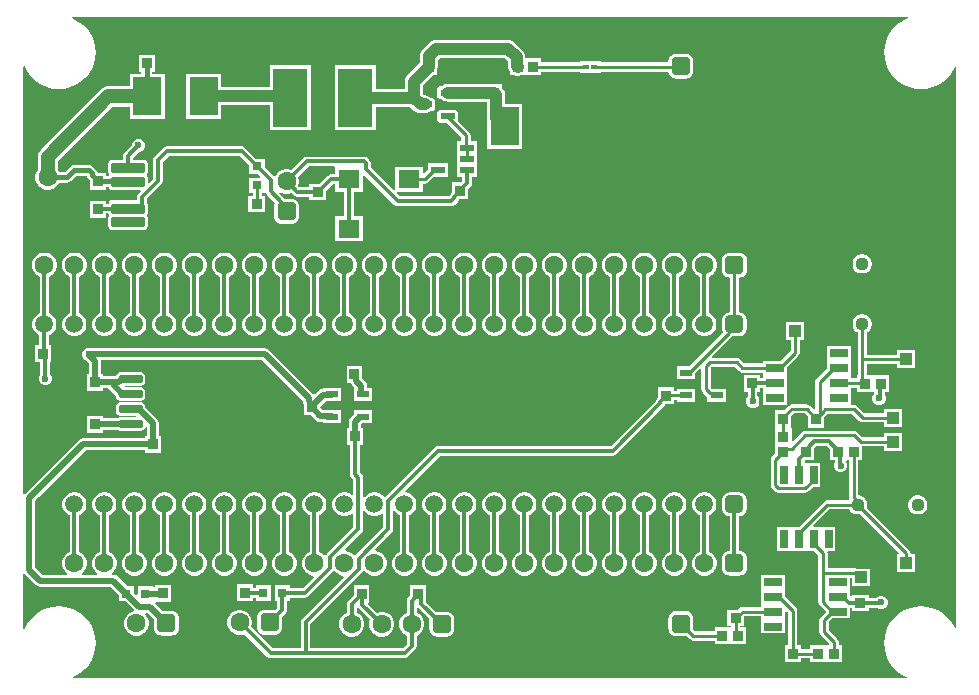
<source format=gtl>
G04*
G04 #@! TF.GenerationSoftware,Altium Limited,Altium Designer,21.6.4 (81)*
G04*
G04 Layer_Physical_Order=1*
G04 Layer_Color=255*
%FSLAX44Y44*%
%MOMM*%
G71*
G04*
G04 #@! TF.SameCoordinates,DF600929-9F7D-4707-823E-D0FB3E8D8E71*
G04*
G04*
G04 #@! TF.FilePolarity,Positive*
G04*
G01*
G75*
%ADD14R,0.9400X0.8300*%
G04:AMPARAMS|DCode=15|XSize=2.83mm|YSize=0.9mm|CornerRadius=0.1035mm|HoleSize=0mm|Usage=FLASHONLY|Rotation=0.000|XOffset=0mm|YOffset=0mm|HoleType=Round|Shape=RoundedRectangle|*
%AMROUNDEDRECTD15*
21,1,2.8300,0.6930,0,0,0.0*
21,1,2.6230,0.9000,0,0,0.0*
1,1,0.2070,1.3115,-0.3465*
1,1,0.2070,-1.3115,-0.3465*
1,1,0.2070,-1.3115,0.3465*
1,1,0.2070,1.3115,0.3465*
%
%ADD15ROUNDEDRECTD15*%
G04:AMPARAMS|DCode=16|XSize=5.63mm|YSize=6.1mm|CornerRadius=0.6475mm|HoleSize=0mm|Usage=FLASHONLY|Rotation=270.000|XOffset=0mm|YOffset=0mm|HoleType=Round|Shape=RoundedRectangle|*
%AMROUNDEDRECTD16*
21,1,5.6300,4.8051,0,0,270.0*
21,1,4.3351,6.1000,0,0,270.0*
1,1,1.2949,-2.4026,-2.1676*
1,1,1.2949,-2.4026,2.1676*
1,1,1.2949,2.4026,2.1676*
1,1,1.2949,2.4026,-2.1676*
%
%ADD16ROUNDEDRECTD16*%
%ADD17R,1.0000X1.0000*%
%ADD18R,1.5260X0.6500*%
%ADD19R,0.8300X0.9400*%
%ADD20R,0.6500X1.5260*%
G04:AMPARAMS|DCode=21|XSize=1.26mm|YSize=0.59mm|CornerRadius=0.0738mm|HoleSize=0mm|Usage=FLASHONLY|Rotation=180.000|XOffset=0mm|YOffset=0mm|HoleType=Round|Shape=RoundedRectangle|*
%AMROUNDEDRECTD21*
21,1,1.2600,0.4425,0,0,180.0*
21,1,1.1125,0.5900,0,0,180.0*
1,1,0.1475,-0.5563,0.2213*
1,1,0.1475,0.5563,0.2213*
1,1,0.1475,0.5563,-0.2213*
1,1,0.1475,-0.5563,-0.2213*
%
%ADD21ROUNDEDRECTD21*%
%ADD22R,1.2000X0.6000*%
%ADD23R,2.4500X3.3000*%
%ADD24R,0.5541X0.4627*%
%ADD25R,0.8000X0.8000*%
%ADD26R,1.0500X0.6000*%
%ADD27R,0.8000X0.8000*%
%ADD28R,3.0000X5.0000*%
G04:AMPARAMS|DCode=29|XSize=1.97mm|YSize=0.6mm|CornerRadius=0.075mm|HoleSize=0mm|Usage=FLASHONLY|Rotation=0.000|XOffset=0mm|YOffset=0mm|HoleType=Round|Shape=RoundedRectangle|*
%AMROUNDEDRECTD29*
21,1,1.9700,0.4500,0,0,0.0*
21,1,1.8200,0.6000,0,0,0.0*
1,1,0.1500,0.9100,-0.2250*
1,1,0.1500,-0.9100,-0.2250*
1,1,0.1500,-0.9100,0.2250*
1,1,0.1500,0.9100,0.2250*
%
%ADD29ROUNDEDRECTD29*%
%ADD30R,1.8000X1.6000*%
%ADD56C,0.3000*%
%ADD57C,0.2540*%
%ADD58C,0.5000*%
%ADD59C,1.0000*%
%ADD60C,0.3810*%
%ADD61C,1.2000*%
%ADD62C,1.5200*%
G04:AMPARAMS|DCode=63|XSize=1.52mm|YSize=1.52mm|CornerRadius=0.38mm|HoleSize=0mm|Usage=FLASHONLY|Rotation=180.000|XOffset=0mm|YOffset=0mm|HoleType=Round|Shape=RoundedRectangle|*
%AMROUNDEDRECTD63*
21,1,1.5200,0.7600,0,0,180.0*
21,1,0.7600,1.5200,0,0,180.0*
1,1,0.7600,-0.3800,0.3800*
1,1,0.7600,0.3800,0.3800*
1,1,0.7600,0.3800,-0.3800*
1,1,0.7600,-0.3800,-0.3800*
%
%ADD63ROUNDEDRECTD63*%
G04:AMPARAMS|DCode=64|XSize=1.6mm|YSize=1.6mm|CornerRadius=0.4mm|HoleSize=0mm|Usage=FLASHONLY|Rotation=0.000|XOffset=0mm|YOffset=0mm|HoleType=Round|Shape=RoundedRectangle|*
%AMROUNDEDRECTD64*
21,1,1.6000,0.8000,0,0,0.0*
21,1,0.8000,1.6000,0,0,0.0*
1,1,0.8000,0.4000,-0.4000*
1,1,0.8000,-0.4000,-0.4000*
1,1,0.8000,-0.4000,0.4000*
1,1,0.8000,0.4000,0.4000*
%
%ADD64ROUNDEDRECTD64*%
%ADD65C,1.1200*%
%ADD66C,1.6000*%
G04:AMPARAMS|DCode=67|XSize=1.6mm|YSize=1.6mm|CornerRadius=0.4mm|HoleSize=0mm|Usage=FLASHONLY|Rotation=90.000|XOffset=0mm|YOffset=0mm|HoleType=Round|Shape=RoundedRectangle|*
%AMROUNDEDRECTD67*
21,1,1.6000,0.8000,0,0,90.0*
21,1,0.8000,1.6000,0,0,90.0*
1,1,0.8000,0.4000,0.4000*
1,1,0.8000,0.4000,-0.4000*
1,1,0.8000,-0.4000,-0.4000*
1,1,0.8000,-0.4000,0.4000*
%
%ADD67ROUNDEDRECTD67*%
%ADD68C,0.6000*%
G36*
X748852Y558980D02*
X745865Y557742D01*
X741699Y555190D01*
X737983Y552016D01*
X734810Y548301D01*
X732258Y544135D01*
X730388Y539622D01*
X729247Y534871D01*
X728864Y530000D01*
X729247Y525129D01*
X730388Y520378D01*
X732258Y515865D01*
X734810Y511699D01*
X737983Y507984D01*
X741699Y504810D01*
X745865Y502258D01*
X750378Y500388D01*
X755129Y499247D01*
X760000Y498864D01*
X764871Y499247D01*
X769622Y500388D01*
X774135Y502258D01*
X778301Y504810D01*
X782017Y507984D01*
X785190Y511699D01*
X787742Y515865D01*
X788480Y517645D01*
X789750Y517393D01*
Y42607D01*
X788480Y42355D01*
X787742Y44135D01*
X785190Y48301D01*
X782017Y52017D01*
X778301Y55189D01*
X774135Y57742D01*
X769622Y59612D01*
X764871Y60753D01*
X760000Y61136D01*
X755129Y60753D01*
X750378Y59612D01*
X745865Y57742D01*
X741699Y55189D01*
X737983Y52017D01*
X734810Y48301D01*
X732258Y44135D01*
X730388Y39622D01*
X729247Y34871D01*
X728864Y30000D01*
X729247Y25129D01*
X730388Y20378D01*
X732258Y15865D01*
X734810Y11699D01*
X737983Y7983D01*
X741699Y4811D01*
X745865Y2258D01*
X748249Y1270D01*
X747996Y0D01*
X42004D01*
X41751Y1270D01*
X44135Y2258D01*
X48301Y4811D01*
X52017Y7983D01*
X55189Y11699D01*
X57742Y15865D01*
X59612Y20378D01*
X60753Y25129D01*
X61136Y30000D01*
X60753Y34871D01*
X59612Y39622D01*
X57742Y44135D01*
X55189Y48301D01*
X52017Y52017D01*
X48301Y55189D01*
X44135Y57742D01*
X39622Y59612D01*
X34871Y60753D01*
X30000Y61136D01*
X25129Y60753D01*
X20378Y59612D01*
X15865Y57742D01*
X11699Y55189D01*
X7983Y52017D01*
X4811Y48301D01*
X2258Y44135D01*
X1270Y41751D01*
X0Y42004D01*
Y88115D01*
X1083Y88512D01*
X1270Y88521D01*
X10701Y79091D01*
X12368Y77977D01*
X14334Y77586D01*
X74147D01*
X80710Y71023D01*
Y65210D01*
X86523D01*
X93393Y58339D01*
X93014Y56923D01*
X91732Y56579D01*
X89328Y55191D01*
X87366Y53229D01*
X85978Y50826D01*
X85260Y48145D01*
Y45370D01*
X85978Y42689D01*
X87366Y40286D01*
X89328Y38323D01*
X91732Y36936D01*
X94412Y36217D01*
X97188D01*
X99868Y36936D01*
X102272Y38323D01*
X104234Y40286D01*
X105622Y42689D01*
X106340Y45370D01*
Y48145D01*
X105622Y50826D01*
X104234Y53229D01*
X103081Y54382D01*
X103607Y55652D01*
X105038D01*
X110604Y50087D01*
Y42757D01*
X110828Y41050D01*
X111487Y39459D01*
X112536Y38093D01*
X113902Y37045D01*
X115493Y36386D01*
X117200Y36161D01*
X125200D01*
X126907Y36386D01*
X128498Y37045D01*
X129864Y38093D01*
X130913Y39459D01*
X131572Y41050D01*
X131796Y42757D01*
Y50757D01*
X131572Y52465D01*
X130913Y54056D01*
X129864Y55422D01*
X128498Y56470D01*
X126907Y57129D01*
X125200Y57354D01*
X117871D01*
X111735Y63490D01*
X112261Y64760D01*
X124840D01*
Y79240D01*
X111460D01*
Y77014D01*
X109790D01*
Y78290D01*
X96710D01*
Y71217D01*
X95537Y70731D01*
X93790Y72477D01*
Y78290D01*
X87977D01*
X79909Y86358D01*
X78242Y87472D01*
X76276Y87863D01*
X75369D01*
X75040Y89090D01*
X75172Y89166D01*
X77134Y91128D01*
X78522Y93532D01*
X79240Y96212D01*
Y98988D01*
X78522Y101668D01*
X77134Y104072D01*
X75172Y106034D01*
X72819Y107392D01*
Y138270D01*
X74926Y139486D01*
X76814Y141374D01*
X78149Y143686D01*
X78840Y146265D01*
Y148935D01*
X78149Y151514D01*
X76814Y153826D01*
X74926Y155714D01*
X72614Y157049D01*
X70035Y157740D01*
X67365D01*
X64786Y157049D01*
X62474Y155714D01*
X60586Y153826D01*
X59251Y151514D01*
X58560Y148935D01*
Y146265D01*
X59251Y143686D01*
X60586Y141374D01*
X62474Y139486D01*
X64581Y138270D01*
Y107392D01*
X62228Y106034D01*
X60266Y104072D01*
X58878Y101668D01*
X58160Y98988D01*
Y96212D01*
X58878Y93532D01*
X60266Y91128D01*
X62228Y89166D01*
X62360Y89090D01*
X62031Y87863D01*
X49969D01*
X49640Y89090D01*
X49772Y89166D01*
X51734Y91128D01*
X53122Y93532D01*
X53840Y96212D01*
Y98988D01*
X53122Y101668D01*
X51734Y104072D01*
X49772Y106034D01*
X47419Y107392D01*
Y138270D01*
X49526Y139486D01*
X51414Y141374D01*
X52749Y143686D01*
X53440Y146265D01*
Y148935D01*
X52749Y151514D01*
X51414Y153826D01*
X49526Y155714D01*
X47214Y157049D01*
X44635Y157740D01*
X41965D01*
X39386Y157049D01*
X37074Y155714D01*
X35186Y153826D01*
X33851Y151514D01*
X33160Y148935D01*
Y146265D01*
X33851Y143686D01*
X35186Y141374D01*
X37074Y139486D01*
X39181Y138270D01*
Y107392D01*
X36828Y106034D01*
X34866Y104072D01*
X33478Y101668D01*
X32760Y98988D01*
Y96212D01*
X33478Y93532D01*
X34866Y91128D01*
X36828Y89166D01*
X36960Y89090D01*
X36631Y87863D01*
X16463D01*
X9999Y94327D01*
Y150307D01*
X52803Y193111D01*
X102960D01*
Y191010D01*
X116340D01*
Y205490D01*
X114789D01*
Y216100D01*
X114398Y218067D01*
X113284Y219734D01*
X103204Y229813D01*
Y230400D01*
X102949Y231684D01*
X102222Y232772D01*
X101134Y233499D01*
X99850Y233755D01*
X81650D01*
X80366Y233499D01*
X79278Y232772D01*
X78551Y231684D01*
X78296Y230400D01*
Y225900D01*
X78551Y224616D01*
X79278Y223528D01*
X80366Y222801D01*
X81650Y222546D01*
X95012D01*
X95160Y222325D01*
X94481Y221054D01*
X81650D01*
X80366Y220799D01*
X79902Y220489D01*
X67290D01*
Y222490D01*
X53910D01*
Y208010D01*
X67290D01*
Y210211D01*
X80201D01*
X80366Y210101D01*
X81650Y209846D01*
X99850D01*
X101134Y210101D01*
X102222Y210828D01*
X102949Y211916D01*
X103017Y212257D01*
X104428Y212841D01*
X104511Y212786D01*
Y205490D01*
X102960D01*
Y203389D01*
X50674D01*
X48708Y202998D01*
X47041Y201884D01*
X1270Y156113D01*
X1083Y156122D01*
X0Y156520D01*
Y517996D01*
X1270Y518249D01*
X2258Y515865D01*
X4811Y511699D01*
X7983Y507984D01*
X11699Y504810D01*
X15865Y502258D01*
X20378Y500388D01*
X25129Y499247D01*
X30000Y498864D01*
X34871Y499247D01*
X39622Y500388D01*
X44135Y502258D01*
X48301Y504810D01*
X52017Y507984D01*
X55189Y511699D01*
X57742Y515865D01*
X59612Y520378D01*
X60753Y525129D01*
X61136Y530000D01*
X60753Y534871D01*
X59612Y539622D01*
X57742Y544135D01*
X55189Y548301D01*
X52017Y552016D01*
X48301Y555190D01*
X44135Y557742D01*
X41147Y558980D01*
X41400Y560250D01*
X748600D01*
X748852Y558980D01*
D02*
G37*
%LPC*%
G36*
X410250Y540855D02*
X349750D01*
X347782Y540596D01*
X345947Y539836D01*
X344372Y538628D01*
X337772Y532028D01*
X336564Y530452D01*
X335804Y528618D01*
X335545Y526650D01*
Y520900D01*
X325215Y510570D01*
X324006Y508995D01*
X323247Y507161D01*
X322988Y505192D01*
Y499355D01*
X298540D01*
Y519290D01*
X263460D01*
Y464210D01*
X298540D01*
Y484145D01*
X327442D01*
X330972Y480615D01*
X332547Y479406D01*
X334382Y478647D01*
X336350Y478387D01*
X339700D01*
X341668Y478647D01*
X343503Y479406D01*
X344847Y480438D01*
X345262D01*
X346541Y480693D01*
X347625Y481417D01*
X348350Y482501D01*
X348604Y483780D01*
Y488205D01*
X348350Y489484D01*
X347625Y490568D01*
X346541Y491292D01*
X345262Y491547D01*
X344847D01*
X343503Y492579D01*
X341668Y493339D01*
X339700Y493598D01*
X339500D01*
X338198Y494900D01*
Y502042D01*
X346665Y510510D01*
X349840D01*
Y514198D01*
X350496Y515782D01*
X350755Y517750D01*
Y523500D01*
X352900Y525645D01*
X407100D01*
X409962Y522783D01*
Y518833D01*
X410221Y516865D01*
X410981Y515031D01*
X411960Y513754D01*
Y510510D01*
X416426D01*
X416682Y510404D01*
X418650Y510145D01*
X420618Y510404D01*
X420874Y510510D01*
X438540D01*
Y513865D01*
X471146D01*
Y512896D01*
X488854D01*
Y513865D01*
X546237D01*
X546378Y512793D01*
X547037Y511202D01*
X548086Y509836D01*
X549452Y508787D01*
X551043Y508128D01*
X552750Y507904D01*
X560750D01*
X562457Y508128D01*
X564048Y508787D01*
X565414Y509836D01*
X566463Y511202D01*
X567122Y512793D01*
X567346Y514500D01*
Y522500D01*
X567122Y524207D01*
X566463Y525798D01*
X565414Y527164D01*
X564048Y528213D01*
X562457Y528872D01*
X560750Y529096D01*
X552750D01*
X551043Y528872D01*
X549452Y528213D01*
X548086Y527164D01*
X547037Y525798D01*
X546378Y524207D01*
X546154Y522500D01*
Y521635D01*
X488854D01*
Y522604D01*
X471146D01*
Y521635D01*
X438540D01*
Y524990D01*
X425172D01*
Y525933D01*
X424913Y527901D01*
X424468Y528976D01*
X424153Y529736D01*
X422944Y531311D01*
X415628Y538628D01*
X414053Y539836D01*
X412218Y540596D01*
X410250Y540855D01*
D02*
G37*
G36*
X111090Y528240D02*
X97710D01*
Y513760D01*
X99868D01*
Y511790D01*
X89960D01*
Y501364D01*
X71750D01*
X71750Y501364D01*
X70635Y501217D01*
X69521Y501070D01*
X67443Y500210D01*
X65659Y498841D01*
X14659Y447841D01*
X13290Y446057D01*
X12430Y443979D01*
X12136Y441750D01*
Y430361D01*
X10928Y428268D01*
X10210Y425588D01*
Y422812D01*
X10928Y420132D01*
X12316Y417728D01*
X14278Y415766D01*
X16682Y414378D01*
X19362Y413660D01*
X22138D01*
X24818Y414378D01*
X27222Y415766D01*
X29184Y417728D01*
X30304Y419668D01*
X36997D01*
X38732Y420013D01*
X40202Y420995D01*
X44820Y425613D01*
X54014D01*
X54085Y425542D01*
X54308Y424421D01*
X55290Y422950D01*
X56410Y421831D01*
Y413760D01*
X69790D01*
Y416293D01*
X72017D01*
X72118Y415790D01*
X72908Y414608D01*
X74090Y413817D01*
X75485Y413540D01*
X98805D01*
X99291Y412367D01*
X97302Y410378D01*
X96410Y409041D01*
X96096Y407465D01*
Y404960D01*
X75485D01*
X74090Y404683D01*
X72908Y403892D01*
X72118Y402710D01*
X71970Y401969D01*
X69897D01*
Y404490D01*
X56518D01*
Y390010D01*
X69897D01*
Y393731D01*
X71970D01*
X72118Y392990D01*
X72679Y392150D01*
X72118Y391310D01*
X71840Y389915D01*
Y382985D01*
X72118Y381590D01*
X72908Y380408D01*
X74090Y379618D01*
X75485Y379340D01*
X101715D01*
X103110Y379618D01*
X104292Y380408D01*
X105083Y381590D01*
X105360Y382985D01*
Y389915D01*
X105083Y391310D01*
X104521Y392150D01*
X105083Y392990D01*
X105360Y394385D01*
Y401315D01*
X105083Y402710D01*
X104334Y403830D01*
Y405759D01*
X116913Y418337D01*
X117806Y419674D01*
X118119Y421250D01*
Y437294D01*
X123206Y442381D01*
X183294D01*
X191460Y434215D01*
Y426960D01*
X198715D01*
X200461Y425213D01*
X199975Y424040D01*
X191460D01*
Y410960D01*
X194115D01*
Y408540D01*
X190510D01*
Y395160D01*
X204990D01*
Y408540D01*
X201885D01*
Y410960D01*
X204540D01*
X204540Y410960D01*
X205672Y410627D01*
X206426Y409498D01*
X213220Y402704D01*
X212621Y401257D01*
X212396Y399550D01*
Y391550D01*
X212621Y389843D01*
X213280Y388252D01*
X214328Y386886D01*
X215694Y385837D01*
X217285Y385178D01*
X218993Y384954D01*
X226993D01*
X228700Y385178D01*
X230291Y385837D01*
X231657Y386886D01*
X232705Y388252D01*
X233364Y389843D01*
X233589Y391550D01*
Y399550D01*
X233364Y401257D01*
X232705Y402848D01*
X231657Y404214D01*
X230291Y405263D01*
X228700Y405922D01*
X226993Y406146D01*
X221269D01*
X220949Y406627D01*
X216533Y411043D01*
X217313Y412059D01*
X218924Y411128D01*
X221605Y410410D01*
X224380D01*
X227004Y411113D01*
X228930Y409187D01*
X230266Y408294D01*
X231843Y407981D01*
X242010D01*
Y405410D01*
X256490D01*
Y412965D01*
X262156Y418631D01*
X264303D01*
Y412210D01*
X271723D01*
Y391290D01*
X264303D01*
Y370210D01*
X287383D01*
Y391290D01*
X279962D01*
Y412210D01*
X287383D01*
Y426121D01*
X288556Y426607D01*
X314075Y401087D01*
X315412Y400194D01*
X316988Y399881D01*
X362213D01*
X363790Y400194D01*
X365126Y401087D01*
X367753Y403714D01*
X368646Y405050D01*
X368737Y405512D01*
X368985Y405760D01*
X376540D01*
Y414415D01*
X378698Y416572D01*
X379591Y417909D01*
X379904Y419485D01*
Y424960D01*
X384325D01*
Y434460D01*
Y443960D01*
Y455040D01*
X378670D01*
Y459757D01*
X378374Y461244D01*
X377532Y462504D01*
X367784Y472253D01*
X367950Y472501D01*
X368204Y473780D01*
Y478205D01*
X367950Y479484D01*
X367225Y480568D01*
X366141Y481292D01*
X364863Y481547D01*
X353737D01*
X352459Y481292D01*
X351375Y480568D01*
X350650Y479484D01*
X350396Y478205D01*
Y473780D01*
X350650Y472501D01*
X351375Y471417D01*
X352459Y470693D01*
X353737Y470438D01*
X358610D01*
X370900Y458148D01*
Y455040D01*
X367245D01*
Y443960D01*
Y434460D01*
Y424960D01*
X371666D01*
Y421191D01*
X370715Y420240D01*
X363160D01*
Y411585D01*
X361927Y410353D01*
X361034Y409016D01*
X360942Y408554D01*
X360507Y408119D01*
X318694D01*
X315873Y410940D01*
X316399Y412210D01*
X338182D01*
Y418865D01*
X340035D01*
X341522Y419161D01*
X342782Y420003D01*
X347739Y424960D01*
X359325D01*
Y436040D01*
X342245D01*
Y430454D01*
X339453Y427661D01*
X338182Y428187D01*
Y433290D01*
X315103D01*
Y413507D01*
X313832Y412981D01*
X294119Y432694D01*
Y436262D01*
X293806Y437838D01*
X292913Y439175D01*
X291425Y440663D01*
X290088Y441556D01*
X288512Y441869D01*
X239793D01*
X238216Y441556D01*
X236880Y440663D01*
X227004Y430787D01*
X224380Y431490D01*
X221605D01*
X218924Y430772D01*
X216521Y429384D01*
X214559Y427422D01*
X213470Y425536D01*
X213034Y425371D01*
X212156Y425310D01*
X211959Y425366D01*
X204540Y432785D01*
Y440040D01*
X197285D01*
X187913Y449413D01*
X186576Y450306D01*
X185000Y450619D01*
X121500D01*
X119924Y450306D01*
X118587Y449413D01*
X111087Y441913D01*
X110194Y440576D01*
X109881Y439000D01*
Y422956D01*
X106533Y419609D01*
X105360Y420095D01*
Y424115D01*
X105083Y425510D01*
X104521Y426350D01*
X105083Y427190D01*
X105360Y428585D01*
Y435515D01*
X105083Y436910D01*
X104292Y438092D01*
X103110Y438883D01*
X101715Y439160D01*
X92719D01*
Y440644D01*
X97785Y445710D01*
X98602D01*
X100638Y446553D01*
X102197Y448112D01*
X103040Y450148D01*
Y452352D01*
X102197Y454388D01*
X100638Y455947D01*
X98602Y456790D01*
X96398D01*
X94362Y455947D01*
X92803Y454388D01*
X91960Y452352D01*
Y451535D01*
X85687Y445263D01*
X84794Y443926D01*
X84481Y442350D01*
Y439160D01*
X75485D01*
X74090Y438883D01*
X72908Y438092D01*
X72118Y436910D01*
X71840Y435515D01*
Y428585D01*
X72118Y427190D01*
X72649Y426394D01*
X72285Y425760D01*
X72118Y425510D01*
X72105Y425448D01*
X72053Y425357D01*
X69790D01*
Y428240D01*
X62888D01*
X62682Y429276D01*
X61700Y430746D01*
X61700Y430746D01*
X59096Y433350D01*
X57625Y434332D01*
X55891Y434677D01*
X42942D01*
X41208Y434332D01*
X39738Y433350D01*
X35120Y428732D01*
X30304D01*
X29364Y430361D01*
Y438182D01*
X75318Y484136D01*
X89960D01*
Y473710D01*
X119540D01*
Y511790D01*
X108932D01*
Y513760D01*
X111090D01*
Y528240D01*
D02*
G37*
G36*
X243540Y519290D02*
X208460D01*
Y500355D01*
X167540D01*
Y511790D01*
X137960D01*
Y473710D01*
X167540D01*
Y485145D01*
X208460D01*
Y464210D01*
X243540D01*
Y519290D01*
D02*
G37*
G36*
X359300Y503598D02*
X357332Y503339D01*
X355498Y502579D01*
X354153Y501547D01*
X353737D01*
X352459Y501292D01*
X351375Y500568D01*
X350650Y499484D01*
X350396Y498205D01*
Y493780D01*
X350650Y492501D01*
X351375Y491417D01*
X352459Y490693D01*
X353737Y490438D01*
X354116D01*
X355619Y489285D01*
X357453Y488525D01*
X359421Y488266D01*
X392555D01*
Y487927D01*
X392814Y485959D01*
X392895Y485763D01*
Y474750D01*
X392960Y474256D01*
Y448460D01*
X422540D01*
Y486540D01*
X408105D01*
Y487587D01*
X407846Y489555D01*
X407765Y489750D01*
Y494240D01*
X407506Y496208D01*
X406746Y498042D01*
X405538Y499618D01*
X405340Y499815D01*
Y502990D01*
X401046D01*
X400497Y503217D01*
X398529Y503476D01*
X360221D01*
X359300Y503598D01*
D02*
G37*
G36*
X711272Y359155D02*
X709128D01*
X707058Y358600D01*
X705202Y357529D01*
X703686Y356013D01*
X702615Y354157D01*
X702060Y352087D01*
Y349943D01*
X702615Y347873D01*
X703686Y346017D01*
X705202Y344501D01*
X707058Y343430D01*
X709128Y342875D01*
X711272D01*
X713342Y343430D01*
X715198Y344501D01*
X716714Y346017D01*
X717785Y347873D01*
X718340Y349943D01*
Y352087D01*
X717785Y354157D01*
X716714Y356013D01*
X715198Y357529D01*
X713342Y358600D01*
X711272Y359155D01*
D02*
G37*
G36*
X578088Y360540D02*
X575312D01*
X572632Y359822D01*
X570228Y358434D01*
X568266Y356472D01*
X566878Y354068D01*
X566160Y351388D01*
Y348612D01*
X566878Y345932D01*
X568266Y343528D01*
X570228Y341566D01*
X572581Y340208D01*
Y309331D01*
X570474Y308114D01*
X568586Y306226D01*
X567251Y303914D01*
X566560Y301335D01*
Y298665D01*
X567251Y296086D01*
X568586Y293774D01*
X570474Y291886D01*
X572786Y290551D01*
X575365Y289860D01*
X578035D01*
X580614Y290551D01*
X582926Y291886D01*
X584814Y293774D01*
X586149Y296086D01*
X586840Y298665D01*
Y301335D01*
X586149Y303914D01*
X584814Y306226D01*
X582926Y308114D01*
X580819Y309331D01*
Y340208D01*
X583172Y341566D01*
X585134Y343528D01*
X586522Y345932D01*
X587240Y348612D01*
Y351388D01*
X586522Y354068D01*
X585134Y356472D01*
X583172Y358434D01*
X580768Y359822D01*
X578088Y360540D01*
D02*
G37*
G36*
X552688D02*
X549912D01*
X547232Y359822D01*
X544828Y358434D01*
X542866Y356472D01*
X541478Y354068D01*
X540760Y351388D01*
Y348612D01*
X541478Y345932D01*
X542866Y343528D01*
X544828Y341566D01*
X547181Y340208D01*
Y309331D01*
X545074Y308114D01*
X543186Y306226D01*
X541851Y303914D01*
X541160Y301335D01*
Y298665D01*
X541851Y296086D01*
X543186Y293774D01*
X545074Y291886D01*
X547386Y290551D01*
X549965Y289860D01*
X552635D01*
X555214Y290551D01*
X557526Y291886D01*
X559414Y293774D01*
X560749Y296086D01*
X561440Y298665D01*
Y301335D01*
X560749Y303914D01*
X559414Y306226D01*
X557526Y308114D01*
X555419Y309331D01*
Y340208D01*
X557772Y341566D01*
X559734Y343528D01*
X561122Y345932D01*
X561840Y348612D01*
Y351388D01*
X561122Y354068D01*
X559734Y356472D01*
X557772Y358434D01*
X555368Y359822D01*
X552688Y360540D01*
D02*
G37*
G36*
X527288D02*
X524512D01*
X521832Y359822D01*
X519428Y358434D01*
X517466Y356472D01*
X516078Y354068D01*
X515360Y351388D01*
Y348612D01*
X516078Y345932D01*
X517466Y343528D01*
X519428Y341566D01*
X521781Y340208D01*
Y309331D01*
X519674Y308114D01*
X517786Y306226D01*
X516451Y303914D01*
X515760Y301335D01*
Y298665D01*
X516451Y296086D01*
X517786Y293774D01*
X519674Y291886D01*
X521986Y290551D01*
X524565Y289860D01*
X527235D01*
X529814Y290551D01*
X532126Y291886D01*
X534014Y293774D01*
X535349Y296086D01*
X536040Y298665D01*
Y301335D01*
X535349Y303914D01*
X534014Y306226D01*
X532126Y308114D01*
X530019Y309331D01*
Y340208D01*
X532372Y341566D01*
X534334Y343528D01*
X535722Y345932D01*
X536440Y348612D01*
Y351388D01*
X535722Y354068D01*
X534334Y356472D01*
X532372Y358434D01*
X529968Y359822D01*
X527288Y360540D01*
D02*
G37*
G36*
X501888D02*
X499112D01*
X496432Y359822D01*
X494028Y358434D01*
X492066Y356472D01*
X490678Y354068D01*
X489960Y351388D01*
Y348612D01*
X490678Y345932D01*
X492066Y343528D01*
X494028Y341566D01*
X496381Y340208D01*
Y309331D01*
X494274Y308114D01*
X492386Y306226D01*
X491051Y303914D01*
X490360Y301335D01*
Y298665D01*
X491051Y296086D01*
X492386Y293774D01*
X494274Y291886D01*
X496586Y290551D01*
X499165Y289860D01*
X501835D01*
X504414Y290551D01*
X506726Y291886D01*
X508614Y293774D01*
X509949Y296086D01*
X510640Y298665D01*
Y301335D01*
X509949Y303914D01*
X508614Y306226D01*
X506726Y308114D01*
X504619Y309331D01*
Y340208D01*
X506972Y341566D01*
X508934Y343528D01*
X510322Y345932D01*
X511040Y348612D01*
Y351388D01*
X510322Y354068D01*
X508934Y356472D01*
X506972Y358434D01*
X504568Y359822D01*
X501888Y360540D01*
D02*
G37*
G36*
X476488D02*
X473712D01*
X471032Y359822D01*
X468628Y358434D01*
X466666Y356472D01*
X465278Y354068D01*
X464560Y351388D01*
Y348612D01*
X465278Y345932D01*
X466666Y343528D01*
X468628Y341566D01*
X470981Y340208D01*
Y309331D01*
X468874Y308114D01*
X466986Y306226D01*
X465651Y303914D01*
X464960Y301335D01*
Y298665D01*
X465651Y296086D01*
X466986Y293774D01*
X468874Y291886D01*
X471186Y290551D01*
X473765Y289860D01*
X476435D01*
X479014Y290551D01*
X481326Y291886D01*
X483214Y293774D01*
X484549Y296086D01*
X485240Y298665D01*
Y301335D01*
X484549Y303914D01*
X483214Y306226D01*
X481326Y308114D01*
X479219Y309331D01*
Y340208D01*
X481572Y341566D01*
X483534Y343528D01*
X484922Y345932D01*
X485640Y348612D01*
Y351388D01*
X484922Y354068D01*
X483534Y356472D01*
X481572Y358434D01*
X479168Y359822D01*
X476488Y360540D01*
D02*
G37*
G36*
X451088D02*
X448312D01*
X445632Y359822D01*
X443228Y358434D01*
X441266Y356472D01*
X439878Y354068D01*
X439160Y351388D01*
Y348612D01*
X439878Y345932D01*
X441266Y343528D01*
X443228Y341566D01*
X445581Y340208D01*
Y309331D01*
X443474Y308114D01*
X441586Y306226D01*
X440251Y303914D01*
X439560Y301335D01*
Y298665D01*
X440251Y296086D01*
X441586Y293774D01*
X443474Y291886D01*
X445786Y290551D01*
X448365Y289860D01*
X451035D01*
X453614Y290551D01*
X455926Y291886D01*
X457814Y293774D01*
X459149Y296086D01*
X459840Y298665D01*
Y301335D01*
X459149Y303914D01*
X457814Y306226D01*
X455926Y308114D01*
X453819Y309331D01*
Y340208D01*
X456172Y341566D01*
X458134Y343528D01*
X459522Y345932D01*
X460240Y348612D01*
Y351388D01*
X459522Y354068D01*
X458134Y356472D01*
X456172Y358434D01*
X453768Y359822D01*
X451088Y360540D01*
D02*
G37*
G36*
X425688D02*
X422912D01*
X420232Y359822D01*
X417828Y358434D01*
X415866Y356472D01*
X414478Y354068D01*
X413760Y351388D01*
Y348612D01*
X414478Y345932D01*
X415866Y343528D01*
X417828Y341566D01*
X420181Y340208D01*
Y309331D01*
X418074Y308114D01*
X416186Y306226D01*
X414851Y303914D01*
X414160Y301335D01*
Y298665D01*
X414851Y296086D01*
X416186Y293774D01*
X418074Y291886D01*
X420386Y290551D01*
X422965Y289860D01*
X425635D01*
X428214Y290551D01*
X430526Y291886D01*
X432414Y293774D01*
X433749Y296086D01*
X434440Y298665D01*
Y301335D01*
X433749Y303914D01*
X432414Y306226D01*
X430526Y308114D01*
X428419Y309331D01*
Y340208D01*
X430772Y341566D01*
X432734Y343528D01*
X434122Y345932D01*
X434840Y348612D01*
Y351388D01*
X434122Y354068D01*
X432734Y356472D01*
X430772Y358434D01*
X428368Y359822D01*
X425688Y360540D01*
D02*
G37*
G36*
X400288D02*
X397512D01*
X394832Y359822D01*
X392428Y358434D01*
X390466Y356472D01*
X389078Y354068D01*
X388360Y351388D01*
Y348612D01*
X389078Y345932D01*
X390466Y343528D01*
X392428Y341566D01*
X394781Y340208D01*
Y309331D01*
X392674Y308114D01*
X390786Y306226D01*
X389451Y303914D01*
X388760Y301335D01*
Y298665D01*
X389451Y296086D01*
X390786Y293774D01*
X392674Y291886D01*
X394986Y290551D01*
X397565Y289860D01*
X400235D01*
X402814Y290551D01*
X405126Y291886D01*
X407014Y293774D01*
X408349Y296086D01*
X409040Y298665D01*
Y301335D01*
X408349Y303914D01*
X407014Y306226D01*
X405126Y308114D01*
X403019Y309331D01*
Y340208D01*
X405372Y341566D01*
X407334Y343528D01*
X408722Y345932D01*
X409440Y348612D01*
Y351388D01*
X408722Y354068D01*
X407334Y356472D01*
X405372Y358434D01*
X402968Y359822D01*
X400288Y360540D01*
D02*
G37*
G36*
X374888D02*
X372112D01*
X369432Y359822D01*
X367028Y358434D01*
X365066Y356472D01*
X363678Y354068D01*
X362960Y351388D01*
Y348612D01*
X363678Y345932D01*
X365066Y343528D01*
X367028Y341566D01*
X369381Y340208D01*
Y309331D01*
X367274Y308114D01*
X365386Y306226D01*
X364051Y303914D01*
X363360Y301335D01*
Y298665D01*
X364051Y296086D01*
X365386Y293774D01*
X367274Y291886D01*
X369586Y290551D01*
X372165Y289860D01*
X374835D01*
X377414Y290551D01*
X379726Y291886D01*
X381614Y293774D01*
X382949Y296086D01*
X383640Y298665D01*
Y301335D01*
X382949Y303914D01*
X381614Y306226D01*
X379726Y308114D01*
X377619Y309331D01*
Y340208D01*
X379972Y341566D01*
X381934Y343528D01*
X383322Y345932D01*
X384040Y348612D01*
Y351388D01*
X383322Y354068D01*
X381934Y356472D01*
X379972Y358434D01*
X377568Y359822D01*
X374888Y360540D01*
D02*
G37*
G36*
X349488D02*
X346712D01*
X344032Y359822D01*
X341628Y358434D01*
X339666Y356472D01*
X338278Y354068D01*
X337560Y351388D01*
Y348612D01*
X338278Y345932D01*
X339666Y343528D01*
X341628Y341566D01*
X343981Y340208D01*
Y309331D01*
X341874Y308114D01*
X339986Y306226D01*
X338651Y303914D01*
X337960Y301335D01*
Y298665D01*
X338651Y296086D01*
X339986Y293774D01*
X341874Y291886D01*
X344186Y290551D01*
X346765Y289860D01*
X349435D01*
X352014Y290551D01*
X354326Y291886D01*
X356214Y293774D01*
X357549Y296086D01*
X358240Y298665D01*
Y301335D01*
X357549Y303914D01*
X356214Y306226D01*
X354326Y308114D01*
X352219Y309331D01*
Y340208D01*
X354572Y341566D01*
X356534Y343528D01*
X357922Y345932D01*
X358640Y348612D01*
Y351388D01*
X357922Y354068D01*
X356534Y356472D01*
X354572Y358434D01*
X352168Y359822D01*
X349488Y360540D01*
D02*
G37*
G36*
X324088D02*
X321312D01*
X318632Y359822D01*
X316228Y358434D01*
X314266Y356472D01*
X312878Y354068D01*
X312160Y351388D01*
Y348612D01*
X312878Y345932D01*
X314266Y343528D01*
X316228Y341566D01*
X318581Y340208D01*
Y309331D01*
X316474Y308114D01*
X314586Y306226D01*
X313251Y303914D01*
X312560Y301335D01*
Y298665D01*
X313251Y296086D01*
X314586Y293774D01*
X316474Y291886D01*
X318786Y290551D01*
X321365Y289860D01*
X324035D01*
X326614Y290551D01*
X328926Y291886D01*
X330814Y293774D01*
X332149Y296086D01*
X332840Y298665D01*
Y301335D01*
X332149Y303914D01*
X330814Y306226D01*
X328926Y308114D01*
X326819Y309331D01*
Y340208D01*
X329172Y341566D01*
X331134Y343528D01*
X332522Y345932D01*
X333240Y348612D01*
Y351388D01*
X332522Y354068D01*
X331134Y356472D01*
X329172Y358434D01*
X326768Y359822D01*
X324088Y360540D01*
D02*
G37*
G36*
X298688D02*
X295912D01*
X293232Y359822D01*
X290828Y358434D01*
X288866Y356472D01*
X287478Y354068D01*
X286760Y351388D01*
Y348612D01*
X287478Y345932D01*
X288866Y343528D01*
X290828Y341566D01*
X293181Y340208D01*
Y309331D01*
X291074Y308114D01*
X289186Y306226D01*
X287851Y303914D01*
X287160Y301335D01*
Y298665D01*
X287851Y296086D01*
X289186Y293774D01*
X291074Y291886D01*
X293386Y290551D01*
X295965Y289860D01*
X298635D01*
X301214Y290551D01*
X303526Y291886D01*
X305414Y293774D01*
X306749Y296086D01*
X307440Y298665D01*
Y301335D01*
X306749Y303914D01*
X305414Y306226D01*
X303526Y308114D01*
X301419Y309331D01*
Y340208D01*
X303772Y341566D01*
X305734Y343528D01*
X307122Y345932D01*
X307840Y348612D01*
Y351388D01*
X307122Y354068D01*
X305734Y356472D01*
X303772Y358434D01*
X301368Y359822D01*
X298688Y360540D01*
D02*
G37*
G36*
X273288D02*
X270512D01*
X267832Y359822D01*
X265428Y358434D01*
X263466Y356472D01*
X262078Y354068D01*
X261360Y351388D01*
Y348612D01*
X262078Y345932D01*
X263466Y343528D01*
X265428Y341566D01*
X267781Y340208D01*
Y309331D01*
X265674Y308114D01*
X263786Y306226D01*
X262451Y303914D01*
X261760Y301335D01*
Y298665D01*
X262451Y296086D01*
X263786Y293774D01*
X265674Y291886D01*
X267986Y290551D01*
X270565Y289860D01*
X273235D01*
X275814Y290551D01*
X278126Y291886D01*
X280014Y293774D01*
X281349Y296086D01*
X282040Y298665D01*
Y301335D01*
X281349Y303914D01*
X280014Y306226D01*
X278126Y308114D01*
X276019Y309331D01*
Y340208D01*
X278372Y341566D01*
X280334Y343528D01*
X281722Y345932D01*
X282440Y348612D01*
Y351388D01*
X281722Y354068D01*
X280334Y356472D01*
X278372Y358434D01*
X275968Y359822D01*
X273288Y360540D01*
D02*
G37*
G36*
X247888D02*
X245112D01*
X242432Y359822D01*
X240028Y358434D01*
X238066Y356472D01*
X236678Y354068D01*
X235960Y351388D01*
Y348612D01*
X236678Y345932D01*
X238066Y343528D01*
X240028Y341566D01*
X242381Y340208D01*
Y309331D01*
X240274Y308114D01*
X238386Y306226D01*
X237051Y303914D01*
X236360Y301335D01*
Y298665D01*
X237051Y296086D01*
X238386Y293774D01*
X240274Y291886D01*
X242586Y290551D01*
X245165Y289860D01*
X247835D01*
X250414Y290551D01*
X252726Y291886D01*
X254614Y293774D01*
X255949Y296086D01*
X256640Y298665D01*
Y301335D01*
X255949Y303914D01*
X254614Y306226D01*
X252726Y308114D01*
X250619Y309331D01*
Y340208D01*
X252972Y341566D01*
X254934Y343528D01*
X256322Y345932D01*
X257040Y348612D01*
Y351388D01*
X256322Y354068D01*
X254934Y356472D01*
X252972Y358434D01*
X250568Y359822D01*
X247888Y360540D01*
D02*
G37*
G36*
X222488D02*
X219712D01*
X217032Y359822D01*
X214628Y358434D01*
X212666Y356472D01*
X211278Y354068D01*
X210560Y351388D01*
Y348612D01*
X211278Y345932D01*
X212666Y343528D01*
X214628Y341566D01*
X216981Y340208D01*
Y309331D01*
X214874Y308114D01*
X212986Y306226D01*
X211651Y303914D01*
X210960Y301335D01*
Y298665D01*
X211651Y296086D01*
X212986Y293774D01*
X214874Y291886D01*
X217186Y290551D01*
X219765Y289860D01*
X222435D01*
X225014Y290551D01*
X227326Y291886D01*
X229214Y293774D01*
X230549Y296086D01*
X231240Y298665D01*
Y301335D01*
X230549Y303914D01*
X229214Y306226D01*
X227326Y308114D01*
X225219Y309331D01*
Y340208D01*
X227572Y341566D01*
X229534Y343528D01*
X230922Y345932D01*
X231640Y348612D01*
Y351388D01*
X230922Y354068D01*
X229534Y356472D01*
X227572Y358434D01*
X225168Y359822D01*
X222488Y360540D01*
D02*
G37*
G36*
X197088D02*
X194312D01*
X191632Y359822D01*
X189228Y358434D01*
X187266Y356472D01*
X185878Y354068D01*
X185160Y351388D01*
Y348612D01*
X185878Y345932D01*
X187266Y343528D01*
X189228Y341566D01*
X191581Y340208D01*
Y309331D01*
X189474Y308114D01*
X187586Y306226D01*
X186251Y303914D01*
X185560Y301335D01*
Y298665D01*
X186251Y296086D01*
X187586Y293774D01*
X189474Y291886D01*
X191786Y290551D01*
X194365Y289860D01*
X197035D01*
X199614Y290551D01*
X201926Y291886D01*
X203814Y293774D01*
X205149Y296086D01*
X205840Y298665D01*
Y301335D01*
X205149Y303914D01*
X203814Y306226D01*
X201926Y308114D01*
X199819Y309331D01*
Y340208D01*
X202172Y341566D01*
X204134Y343528D01*
X205522Y345932D01*
X206240Y348612D01*
Y351388D01*
X205522Y354068D01*
X204134Y356472D01*
X202172Y358434D01*
X199768Y359822D01*
X197088Y360540D01*
D02*
G37*
G36*
X171688D02*
X168912D01*
X166232Y359822D01*
X163828Y358434D01*
X161866Y356472D01*
X160478Y354068D01*
X159760Y351388D01*
Y348612D01*
X160478Y345932D01*
X161866Y343528D01*
X163828Y341566D01*
X166181Y340208D01*
Y309331D01*
X164074Y308114D01*
X162186Y306226D01*
X160851Y303914D01*
X160160Y301335D01*
Y298665D01*
X160851Y296086D01*
X162186Y293774D01*
X164074Y291886D01*
X166386Y290551D01*
X168965Y289860D01*
X171635D01*
X174214Y290551D01*
X176526Y291886D01*
X178414Y293774D01*
X179749Y296086D01*
X180440Y298665D01*
Y301335D01*
X179749Y303914D01*
X178414Y306226D01*
X176526Y308114D01*
X174419Y309331D01*
Y340208D01*
X176772Y341566D01*
X178734Y343528D01*
X180122Y345932D01*
X180840Y348612D01*
Y351388D01*
X180122Y354068D01*
X178734Y356472D01*
X176772Y358434D01*
X174368Y359822D01*
X171688Y360540D01*
D02*
G37*
G36*
X146288D02*
X143512D01*
X140832Y359822D01*
X138428Y358434D01*
X136466Y356472D01*
X135078Y354068D01*
X134360Y351388D01*
Y348612D01*
X135078Y345932D01*
X136466Y343528D01*
X138428Y341566D01*
X140781Y340208D01*
Y309331D01*
X138674Y308114D01*
X136786Y306226D01*
X135451Y303914D01*
X134760Y301335D01*
Y298665D01*
X135451Y296086D01*
X136786Y293774D01*
X138674Y291886D01*
X140986Y290551D01*
X143565Y289860D01*
X146235D01*
X148814Y290551D01*
X151126Y291886D01*
X153014Y293774D01*
X154349Y296086D01*
X155040Y298665D01*
Y301335D01*
X154349Y303914D01*
X153014Y306226D01*
X151126Y308114D01*
X149019Y309331D01*
Y340208D01*
X151372Y341566D01*
X153334Y343528D01*
X154722Y345932D01*
X155440Y348612D01*
Y351388D01*
X154722Y354068D01*
X153334Y356472D01*
X151372Y358434D01*
X148968Y359822D01*
X146288Y360540D01*
D02*
G37*
G36*
X120888D02*
X118112D01*
X115432Y359822D01*
X113028Y358434D01*
X111066Y356472D01*
X109678Y354068D01*
X108960Y351388D01*
Y348612D01*
X109678Y345932D01*
X111066Y343528D01*
X113028Y341566D01*
X115381Y340208D01*
Y309331D01*
X113274Y308114D01*
X111386Y306226D01*
X110051Y303914D01*
X109360Y301335D01*
Y298665D01*
X110051Y296086D01*
X111386Y293774D01*
X113274Y291886D01*
X115586Y290551D01*
X118165Y289860D01*
X120835D01*
X123414Y290551D01*
X125726Y291886D01*
X127614Y293774D01*
X128949Y296086D01*
X129640Y298665D01*
Y301335D01*
X128949Y303914D01*
X127614Y306226D01*
X125726Y308114D01*
X123619Y309331D01*
Y340208D01*
X125972Y341566D01*
X127934Y343528D01*
X129322Y345932D01*
X130040Y348612D01*
Y351388D01*
X129322Y354068D01*
X127934Y356472D01*
X125972Y358434D01*
X123568Y359822D01*
X120888Y360540D01*
D02*
G37*
G36*
X95488D02*
X92712D01*
X90032Y359822D01*
X87628Y358434D01*
X85666Y356472D01*
X84278Y354068D01*
X83560Y351388D01*
Y348612D01*
X84278Y345932D01*
X85666Y343528D01*
X87628Y341566D01*
X89981Y340208D01*
Y309331D01*
X87874Y308114D01*
X85986Y306226D01*
X84651Y303914D01*
X83960Y301335D01*
Y298665D01*
X84651Y296086D01*
X85986Y293774D01*
X87874Y291886D01*
X90186Y290551D01*
X92765Y289860D01*
X95435D01*
X98014Y290551D01*
X100326Y291886D01*
X102214Y293774D01*
X103549Y296086D01*
X104240Y298665D01*
Y301335D01*
X103549Y303914D01*
X102214Y306226D01*
X100326Y308114D01*
X98219Y309331D01*
Y340208D01*
X100572Y341566D01*
X102534Y343528D01*
X103922Y345932D01*
X104640Y348612D01*
Y351388D01*
X103922Y354068D01*
X102534Y356472D01*
X100572Y358434D01*
X98168Y359822D01*
X95488Y360540D01*
D02*
G37*
G36*
X70088D02*
X67312D01*
X64632Y359822D01*
X62228Y358434D01*
X60266Y356472D01*
X58878Y354068D01*
X58160Y351388D01*
Y348612D01*
X58878Y345932D01*
X60266Y343528D01*
X62228Y341566D01*
X64581Y340208D01*
Y309331D01*
X62474Y308114D01*
X60586Y306226D01*
X59251Y303914D01*
X58560Y301335D01*
Y298665D01*
X59251Y296086D01*
X60586Y293774D01*
X62474Y291886D01*
X64786Y290551D01*
X67365Y289860D01*
X70035D01*
X72614Y290551D01*
X74926Y291886D01*
X76814Y293774D01*
X78149Y296086D01*
X78840Y298665D01*
Y301335D01*
X78149Y303914D01*
X76814Y306226D01*
X74926Y308114D01*
X72819Y309331D01*
Y340208D01*
X75172Y341566D01*
X77134Y343528D01*
X78522Y345932D01*
X79240Y348612D01*
Y351388D01*
X78522Y354068D01*
X77134Y356472D01*
X75172Y358434D01*
X72768Y359822D01*
X70088Y360540D01*
D02*
G37*
G36*
X44688D02*
X41912D01*
X39232Y359822D01*
X36828Y358434D01*
X34866Y356472D01*
X33478Y354068D01*
X32760Y351388D01*
Y348612D01*
X33478Y345932D01*
X34866Y343528D01*
X36828Y341566D01*
X39181Y340208D01*
Y309331D01*
X37074Y308114D01*
X35186Y306226D01*
X33851Y303914D01*
X33160Y301335D01*
Y298665D01*
X33851Y296086D01*
X35186Y293774D01*
X37074Y291886D01*
X39386Y290551D01*
X41965Y289860D01*
X44635D01*
X47214Y290551D01*
X49526Y291886D01*
X51414Y293774D01*
X52749Y296086D01*
X53440Y298665D01*
Y301335D01*
X52749Y303914D01*
X51414Y306226D01*
X49526Y308114D01*
X47419Y309331D01*
Y340208D01*
X49772Y341566D01*
X51734Y343528D01*
X53122Y345932D01*
X53840Y348612D01*
Y351388D01*
X53122Y354068D01*
X51734Y356472D01*
X49772Y358434D01*
X47368Y359822D01*
X44688Y360540D01*
D02*
G37*
G36*
X606100Y360596D02*
X598100D01*
X596393Y360372D01*
X594802Y359713D01*
X593436Y358664D01*
X592387Y357298D01*
X591728Y355707D01*
X591504Y354000D01*
Y346000D01*
X591728Y344293D01*
X592387Y342702D01*
X593436Y341336D01*
X594802Y340287D01*
X596393Y339628D01*
X598100Y339404D01*
X598215D01*
Y310247D01*
X595826Y309772D01*
X593729Y308371D01*
X592328Y306274D01*
X591836Y303800D01*
Y296200D01*
X592328Y293726D01*
X592490Y293484D01*
X563296Y264290D01*
X553210D01*
Y253210D01*
X568790D01*
Y258796D01*
X572882Y262888D01*
X574055Y262402D01*
Y244672D01*
X574351Y243185D01*
X575193Y241925D01*
X578385Y238733D01*
X579210Y238182D01*
Y234210D01*
X594790D01*
Y245290D01*
X585645D01*
X585270Y245365D01*
X582741D01*
X581825Y246281D01*
Y263081D01*
X582609Y263865D01*
X602322D01*
X606072Y260116D01*
X607332Y259274D01*
X608819Y258978D01*
X625960D01*
Y257223D01*
X625960Y257073D01*
Y255952D01*
X625960Y255802D01*
Y254282D01*
X623790D01*
Y257240D01*
X610410D01*
Y242760D01*
X613306D01*
Y238141D01*
X613053Y237888D01*
X612210Y235852D01*
Y233648D01*
X613053Y231612D01*
X614612Y230053D01*
X616648Y229210D01*
X618852D01*
X620888Y230053D01*
X622447Y231612D01*
X623290Y233648D01*
Y235852D01*
X622447Y237888D01*
X621544Y238791D01*
Y242760D01*
X623790D01*
Y246043D01*
X625960D01*
Y244523D01*
X625960Y244373D01*
Y243253D01*
X625960Y243102D01*
Y231672D01*
X646300D01*
Y243102D01*
X646300Y243253D01*
Y244373D01*
X646300Y244523D01*
Y255802D01*
X646300Y255952D01*
Y257073D01*
X646300Y257223D01*
Y263159D01*
X656247Y273106D01*
X657089Y274366D01*
X657385Y275853D01*
Y286460D01*
X661040D01*
Y301540D01*
X645960D01*
Y286460D01*
X649615D01*
Y277462D01*
X640806Y268652D01*
X625960D01*
Y266747D01*
X610428D01*
X606678Y270497D01*
X605418Y271339D01*
X603931Y271635D01*
X583288D01*
X582802Y272808D01*
X599729Y289736D01*
X605900D01*
X608374Y290228D01*
X610471Y291629D01*
X611872Y293726D01*
X612364Y296200D01*
Y303800D01*
X611872Y306274D01*
X610471Y308371D01*
X608374Y309772D01*
X605985Y310247D01*
Y339404D01*
X606100D01*
X607807Y339628D01*
X609398Y340287D01*
X610764Y341336D01*
X611813Y342702D01*
X612472Y344293D01*
X612696Y346000D01*
Y354000D01*
X612472Y355707D01*
X611813Y357298D01*
X610764Y358664D01*
X609398Y359713D01*
X607807Y360372D01*
X606100Y360596D01*
D02*
G37*
G36*
X711272Y308355D02*
X709128D01*
X707058Y307800D01*
X705202Y306729D01*
X703686Y305213D01*
X702615Y303357D01*
X702060Y301287D01*
Y299143D01*
X702615Y297073D01*
X703686Y295217D01*
X705202Y293701D01*
X706315Y293059D01*
Y270750D01*
Y256740D01*
X706210D01*
Y254047D01*
X700540D01*
Y255952D01*
X700540D01*
Y257073D01*
X700540D01*
Y268503D01*
X700540Y268652D01*
Y269772D01*
X700540Y269923D01*
Y281353D01*
X680200D01*
Y269923D01*
X680200Y269772D01*
Y268652D01*
X680200Y268503D01*
Y262566D01*
X671533Y253899D01*
X670691Y252639D01*
X670395Y251152D01*
Y228344D01*
X669125Y227818D01*
X665937Y231007D01*
X664677Y231849D01*
X663190Y232145D01*
X650622D01*
X649135Y231849D01*
X647875Y231007D01*
X643858Y226990D01*
X636460D01*
Y212510D01*
X636460D01*
X636260Y211540D01*
X636260Y211540D01*
X636260Y211323D01*
Y198160D01*
Y190454D01*
X633893Y188087D01*
X633051Y186827D01*
X632755Y185340D01*
Y163412D01*
X633051Y161925D01*
X633893Y160665D01*
X636125Y158433D01*
X637385Y157591D01*
X638872Y157295D01*
X662040D01*
X663527Y157591D01*
X664787Y158433D01*
X668804Y162450D01*
X674890D01*
Y182790D01*
X663460D01*
X663310Y182790D01*
Y182790D01*
X662190D01*
X661932Y182909D01*
X661546Y184439D01*
X661799Y184753D01*
X669090D01*
Y194221D01*
X671483Y196613D01*
X680046D01*
X683252Y193407D01*
Y184753D01*
X687307D01*
Y183392D01*
X687303Y183388D01*
X686460Y181352D01*
Y179148D01*
X687303Y177112D01*
X688862Y175553D01*
X690898Y174710D01*
X693102D01*
X695138Y175553D01*
X696697Y177112D01*
X697540Y179148D01*
Y181352D01*
X696697Y183388D01*
X696602Y183482D01*
X697128Y184753D01*
X699258D01*
Y152653D01*
X699363Y152127D01*
X698388Y150885D01*
X680640D01*
X679154Y150589D01*
X677893Y149747D01*
X656696Y128550D01*
X650760D01*
X650610Y128550D01*
X649490D01*
X649340Y128550D01*
X637910D01*
Y108210D01*
X649340D01*
X649490Y108210D01*
X650610D01*
X650760Y108210D01*
X662040D01*
X662190Y108210D01*
Y108210D01*
X663310D01*
Y108210D01*
X669396D01*
X673160Y104446D01*
Y89250D01*
Y64595D01*
X673456Y63108D01*
X674298Y61848D01*
X679200Y56946D01*
Y56354D01*
X675183Y52337D01*
X674341Y51077D01*
X674045Y49590D01*
Y39122D01*
X674341Y37635D01*
X675183Y36375D01*
X682048Y29510D01*
X681522Y28240D01*
X666460D01*
Y24885D01*
X658040D01*
Y27990D01*
X655235D01*
Y57510D01*
X654939Y58997D01*
X654097Y60257D01*
X645300Y69054D01*
Y74990D01*
X645300Y75140D01*
Y76260D01*
X645300Y76410D01*
Y87840D01*
X624960D01*
Y76410D01*
X624960Y76260D01*
Y75140D01*
X624960Y74990D01*
Y63710D01*
X624960Y63560D01*
X624960D01*
Y62440D01*
X624960D01*
Y60535D01*
X609050D01*
X607563Y60239D01*
X606303Y59397D01*
X604996Y58090D01*
X596010D01*
Y44710D01*
X599365D01*
Y43240D01*
X585210D01*
Y39885D01*
X568859D01*
X567218Y41526D01*
X567346Y42500D01*
Y50500D01*
X567122Y52207D01*
X566463Y53798D01*
X565414Y55164D01*
X564048Y56213D01*
X562457Y56872D01*
X560750Y57096D01*
X552750D01*
X551043Y56872D01*
X549452Y56213D01*
X548086Y55164D01*
X547037Y53798D01*
X546378Y52207D01*
X546154Y50500D01*
Y42500D01*
X546378Y40793D01*
X547037Y39202D01*
X548086Y37836D01*
X549452Y36787D01*
X551043Y36128D01*
X552750Y35904D01*
X560750D01*
X561724Y36032D01*
X564503Y33253D01*
X565763Y32411D01*
X567250Y32115D01*
X585210D01*
Y28760D01*
X611790D01*
Y43240D01*
X607135D01*
Y44710D01*
X610490D01*
Y52596D01*
X610659Y52765D01*
X624960D01*
Y51010D01*
X624960Y50860D01*
Y49740D01*
X624960Y49590D01*
Y38160D01*
X645300D01*
Y49590D01*
X645300Y49740D01*
Y50860D01*
X645300Y51010D01*
Y56407D01*
X646473Y56893D01*
X647465Y55901D01*
Y27990D01*
X644660D01*
Y13510D01*
X658040D01*
Y17115D01*
X666460D01*
Y13760D01*
X693040D01*
Y28240D01*
X690235D01*
Y30702D01*
X689939Y32188D01*
X689097Y33449D01*
X681815Y40731D01*
Y47981D01*
X684694Y50860D01*
X699540D01*
Y59731D01*
X701503D01*
Y57160D01*
X715983D01*
Y60056D01*
X722859D01*
X723112Y59803D01*
X725148Y58960D01*
X727352D01*
X729388Y59803D01*
X730947Y61362D01*
X731790Y63398D01*
Y65602D01*
X730947Y67638D01*
X729388Y69197D01*
X727352Y70040D01*
X725148D01*
X723112Y69197D01*
X722209Y68294D01*
X715983D01*
Y70540D01*
X701503D01*
Y69598D01*
X700297Y69064D01*
X699540Y69660D01*
Y75140D01*
X699540D01*
Y76260D01*
X699540D01*
Y85345D01*
X701460D01*
Y77960D01*
X716540D01*
Y93040D01*
X705645D01*
X705270Y93115D01*
X680930D01*
Y106055D01*
X680754Y106940D01*
X681599Y108210D01*
X687590D01*
Y128550D01*
X676010D01*
X676010Y128550D01*
X674890D01*
Y128550D01*
X674740Y128550D01*
X669343D01*
X668857Y129723D01*
X682249Y143115D01*
X699296D01*
X699939Y142002D01*
X701454Y140486D01*
X703311Y139415D01*
X705381Y138860D01*
X707524D01*
X708766Y139193D01*
X741496Y106463D01*
X741010Y105290D01*
X739960D01*
Y90210D01*
X755040D01*
Y105290D01*
X751385D01*
Y105953D01*
X751089Y107439D01*
X750247Y108699D01*
X714260Y144686D01*
X714593Y145928D01*
Y148072D01*
X714038Y150142D01*
X712966Y151998D01*
X711451Y153514D01*
X709594Y154585D01*
X707524Y155140D01*
X707027D01*
Y184753D01*
X709833D01*
Y196615D01*
X728710D01*
Y192960D01*
X743790D01*
Y208040D01*
X728710D01*
Y204385D01*
X710482D01*
X706077Y208789D01*
X704817Y209632D01*
X703331Y209927D01*
X662212D01*
X660725Y209632D01*
X659465Y208789D01*
X651913Y201238D01*
X650740Y201724D01*
Y211540D01*
X650564D01*
X649840Y212510D01*
Y221984D01*
X652231Y224375D01*
X661581D01*
X664710Y221246D01*
Y212260D01*
X678090D01*
Y221246D01*
X679387Y222543D01*
X680229Y223803D01*
X680246Y223891D01*
X680481Y224125D01*
X701707D01*
X707829Y218003D01*
X709089Y217161D01*
X710576Y216865D01*
X728710D01*
Y213210D01*
X743790D01*
Y228290D01*
X728710D01*
Y224635D01*
X712185D01*
X706063Y230757D01*
X704802Y231599D01*
X703316Y231895D01*
X700540D01*
Y243253D01*
X700540D01*
Y244373D01*
X700540D01*
Y246278D01*
X706210D01*
Y242260D01*
X719879D01*
X720405Y240990D01*
X719803Y240388D01*
X718960Y238352D01*
Y236148D01*
X719803Y234112D01*
X721362Y232553D01*
X723398Y231710D01*
X725602D01*
X727638Y232553D01*
X729197Y234112D01*
X730040Y236148D01*
Y238352D01*
X729197Y240388D01*
X729193Y240392D01*
Y242260D01*
X732790D01*
Y256740D01*
X714085D01*
Y266365D01*
X739460D01*
Y262710D01*
X754540D01*
Y277790D01*
X739460D01*
Y274135D01*
X714085D01*
Y293059D01*
X715198Y293701D01*
X716714Y295217D01*
X717785Y297073D01*
X718340Y299143D01*
Y301287D01*
X717785Y303357D01*
X716714Y305213D01*
X715198Y306729D01*
X713342Y307800D01*
X711272Y308355D01*
D02*
G37*
G36*
X19288Y360540D02*
X16512D01*
X13832Y359822D01*
X11428Y358434D01*
X9466Y356472D01*
X8078Y354068D01*
X7360Y351388D01*
Y348612D01*
X8078Y345932D01*
X9466Y343528D01*
X11428Y341566D01*
X13781Y340208D01*
Y309331D01*
X11674Y308114D01*
X9786Y306226D01*
X8451Y303914D01*
X7760Y301335D01*
Y298665D01*
X8451Y296086D01*
X9786Y293774D01*
X11674Y291886D01*
X13156Y291030D01*
Y282240D01*
X9960D01*
Y267760D01*
X14057D01*
Y256892D01*
X14053Y256888D01*
X13210Y254852D01*
Y252648D01*
X14053Y250612D01*
X15612Y249053D01*
X17648Y248210D01*
X19852D01*
X21888Y249053D01*
X23447Y250612D01*
X24290Y252648D01*
Y254852D01*
X23447Y256888D01*
X22295Y258040D01*
Y267760D01*
X23340D01*
Y282240D01*
X21394D01*
Y290439D01*
X21814Y290551D01*
X24126Y291886D01*
X26014Y293774D01*
X27349Y296086D01*
X28040Y298665D01*
Y301335D01*
X27349Y303914D01*
X26014Y306226D01*
X24126Y308114D01*
X22019Y309331D01*
Y340208D01*
X24372Y341566D01*
X26334Y343528D01*
X27722Y345932D01*
X28440Y348612D01*
Y351388D01*
X27722Y354068D01*
X26334Y356472D01*
X24372Y358434D01*
X21968Y359822D01*
X19288Y360540D01*
D02*
G37*
G36*
X287040Y264732D02*
X273660D01*
Y250253D01*
X277180D01*
X277253Y249889D01*
X278366Y248222D01*
X279215Y247373D01*
X279710Y246290D01*
X279710D01*
X279710Y246290D01*
Y235210D01*
X295290D01*
Y246290D01*
X291013D01*
Y247981D01*
X290622Y249947D01*
X289508Y251615D01*
X287139Y253984D01*
Y255842D01*
X287040Y256339D01*
Y264732D01*
D02*
G37*
G36*
X551040Y246740D02*
X537660D01*
Y238085D01*
X536427Y236853D01*
X535534Y235516D01*
X535443Y235054D01*
X497281Y196893D01*
X351413D01*
X349836Y196580D01*
X348500Y195687D01*
X306792Y153979D01*
X305414Y153826D01*
X305181Y154059D01*
X303526Y155714D01*
X301214Y157049D01*
X298635Y157740D01*
X295965D01*
X293386Y157049D01*
X291074Y155714D01*
X289186Y153826D01*
X288929Y153381D01*
X287659Y153722D01*
Y170116D01*
X287346Y171692D01*
X286453Y173029D01*
X284719Y174762D01*
Y197768D01*
X287290D01*
Y212248D01*
X285739D01*
Y214972D01*
X286977Y216210D01*
X295290D01*
Y227290D01*
X279710D01*
Y223477D01*
X276966Y220734D01*
X275853Y219067D01*
X275461Y217100D01*
Y212248D01*
X273910D01*
Y197768D01*
X276481D01*
Y173056D01*
X276794Y171480D01*
X277687Y170143D01*
X279421Y168410D01*
Y156079D01*
X278248Y155593D01*
X278126Y155714D01*
X275814Y157049D01*
X273235Y157740D01*
X270565D01*
X267986Y157049D01*
X265674Y155714D01*
X263786Y153826D01*
X262451Y151514D01*
X261760Y148935D01*
Y146265D01*
X262451Y143686D01*
X263786Y141374D01*
X265674Y139486D01*
X267986Y138151D01*
X270565Y137460D01*
X273235D01*
X275814Y138151D01*
X278126Y139486D01*
X278248Y139607D01*
X279421Y139121D01*
Y127973D01*
X256947Y105500D01*
X256212Y104399D01*
X255456Y104206D01*
X255389Y104199D01*
X254773Y104233D01*
X252972Y106034D01*
X250619Y107392D01*
Y138270D01*
X252726Y139486D01*
X254614Y141374D01*
X255949Y143686D01*
X256640Y146265D01*
Y148935D01*
X255949Y151514D01*
X254614Y153826D01*
X252726Y155714D01*
X250414Y157049D01*
X247835Y157740D01*
X245165D01*
X242586Y157049D01*
X240274Y155714D01*
X238386Y153826D01*
X237051Y151514D01*
X236360Y148935D01*
Y146265D01*
X237051Y143686D01*
X238386Y141374D01*
X240274Y139486D01*
X242381Y138270D01*
Y107392D01*
X240028Y106034D01*
X238066Y104072D01*
X236678Y101668D01*
X235960Y98988D01*
Y96212D01*
X236678Y93532D01*
X238066Y91128D01*
X240028Y89166D01*
X242432Y87778D01*
X245112Y87060D01*
X245502D01*
X245989Y85887D01*
X236721Y76619D01*
X225790D01*
Y79040D01*
X212710D01*
Y65960D01*
X215131D01*
Y60014D01*
X213131Y58014D01*
X212450Y58104D01*
X204450D01*
X202743Y57879D01*
X201152Y57220D01*
X199786Y56172D01*
X198737Y54806D01*
X198078Y53215D01*
X197854Y51508D01*
Y43507D01*
X198078Y41800D01*
X198737Y40209D01*
X199786Y38843D01*
X201152Y37795D01*
X202743Y37136D01*
X204450Y36911D01*
X212450D01*
X214157Y37136D01*
X215748Y37795D01*
X217114Y38843D01*
X218163Y40209D01*
X218822Y41800D01*
X219046Y43507D01*
Y51508D01*
X218957Y52189D01*
X222163Y55395D01*
X223056Y56731D01*
X223369Y58307D01*
Y65960D01*
X225790D01*
Y68381D01*
X238427D01*
X240003Y68694D01*
X241340Y69587D01*
X262322Y90570D01*
X263047Y90924D01*
X264009Y90585D01*
X265428Y89166D01*
X267832Y87778D01*
X270512Y87060D01*
X270902D01*
X271388Y85887D01*
X236087Y50586D01*
X235194Y49249D01*
X234881Y47673D01*
Y25369D01*
X211014D01*
X192887Y43496D01*
X193590Y46120D01*
Y48895D01*
X192872Y51576D01*
X191484Y53979D01*
X189522Y55942D01*
X187118Y57329D01*
X184438Y58047D01*
X181662D01*
X178982Y57329D01*
X176578Y55942D01*
X174616Y53979D01*
X173228Y51576D01*
X172510Y48895D01*
Y46120D01*
X173228Y43439D01*
X174616Y41036D01*
X176578Y39073D01*
X178982Y37686D01*
X181662Y36967D01*
X184438D01*
X187062Y37671D01*
X206395Y18337D01*
X207731Y17444D01*
X209307Y17131D01*
X322750D01*
X324326Y17444D01*
X325663Y18337D01*
X331863Y24537D01*
X332756Y25874D01*
X333069Y27450D01*
Y36208D01*
X335422Y37566D01*
X337384Y39528D01*
X338772Y41932D01*
X339490Y44612D01*
Y47388D01*
X338772Y50068D01*
X337384Y52472D01*
X335422Y54434D01*
X333069Y55792D01*
Y59700D01*
X333547Y60008D01*
X334339Y60185D01*
X343843Y50681D01*
X343754Y50000D01*
Y42000D01*
X343978Y40293D01*
X344637Y38702D01*
X345686Y37336D01*
X347052Y36287D01*
X348643Y35628D01*
X350350Y35404D01*
X358350D01*
X360057Y35628D01*
X361648Y36287D01*
X363014Y37336D01*
X364063Y38702D01*
X364722Y40293D01*
X364946Y42000D01*
Y50000D01*
X364722Y51707D01*
X364063Y53298D01*
X363014Y54664D01*
X361648Y55713D01*
X360057Y56372D01*
X358350Y56596D01*
X350350D01*
X349669Y56507D01*
X341169Y65006D01*
Y69100D01*
X341090Y69498D01*
Y78990D01*
X327710D01*
Y70335D01*
X326037Y68663D01*
X325144Y67326D01*
X324831Y65750D01*
Y55792D01*
X322478Y54434D01*
X320516Y52472D01*
X319128Y50068D01*
X318410Y47388D01*
Y44612D01*
X319128Y41932D01*
X320516Y39528D01*
X322478Y37566D01*
X324831Y36208D01*
Y29156D01*
X321044Y25369D01*
X243119D01*
Y45967D01*
X286853Y89700D01*
X287588Y90801D01*
X288344Y90995D01*
X288410Y91001D01*
X289027Y90968D01*
X290828Y89166D01*
X293232Y87778D01*
X295912Y87060D01*
X298688D01*
X301368Y87778D01*
X303772Y89166D01*
X305734Y91128D01*
X307122Y93532D01*
X307840Y96212D01*
Y98988D01*
X307122Y101668D01*
X305734Y104072D01*
X303772Y106034D01*
X301368Y107422D01*
X298688Y108140D01*
X298298D01*
X297812Y109313D01*
X311853Y123355D01*
X312746Y124691D01*
X313059Y126267D01*
Y141479D01*
X314329Y141819D01*
X314586Y141374D01*
X316474Y139486D01*
X318581Y138270D01*
Y107392D01*
X316228Y106034D01*
X314266Y104072D01*
X312878Y101668D01*
X312160Y98988D01*
Y96212D01*
X312878Y93532D01*
X314266Y91128D01*
X316228Y89166D01*
X318632Y87778D01*
X321312Y87060D01*
X324088D01*
X326768Y87778D01*
X329172Y89166D01*
X331134Y91128D01*
X332522Y93532D01*
X333240Y96212D01*
Y98988D01*
X332522Y101668D01*
X331134Y104072D01*
X329172Y106034D01*
X326819Y107392D01*
Y138270D01*
X328926Y139486D01*
X330814Y141374D01*
X332149Y143686D01*
X332840Y146265D01*
Y148935D01*
X332149Y151514D01*
X330814Y153826D01*
X328926Y155714D01*
X326614Y157049D01*
X324035Y157740D01*
X323863D01*
X323377Y158913D01*
X353119Y188655D01*
X498987D01*
X500564Y188968D01*
X501900Y189861D01*
X542253Y230214D01*
X543146Y231550D01*
X543237Y232012D01*
X543485Y232260D01*
X551040D01*
Y235865D01*
X553210D01*
Y234210D01*
X568790D01*
Y245290D01*
X553210D01*
Y243635D01*
X551040D01*
Y246740D01*
D02*
G37*
G36*
X56352Y280040D02*
X54148D01*
X52112Y279197D01*
X50553Y277638D01*
X49710Y275602D01*
Y273398D01*
X50553Y271362D01*
X52112Y269803D01*
X52619Y269594D01*
X55461Y266751D01*
Y257990D01*
X53910D01*
Y243510D01*
X67290D01*
Y245611D01*
X71872D01*
X78296Y239187D01*
Y238600D01*
X78551Y237316D01*
X79278Y236228D01*
X80366Y235501D01*
X81650Y235246D01*
X99850D01*
X101134Y235501D01*
X102222Y236228D01*
X102949Y237316D01*
X103204Y238600D01*
Y243100D01*
X102949Y244384D01*
X102222Y245472D01*
X101134Y246199D01*
X99850Y246455D01*
X86905D01*
X86474Y247200D01*
X86905Y247946D01*
X99850D01*
X101134Y248201D01*
X102222Y248928D01*
X102949Y250016D01*
X103204Y251300D01*
Y255800D01*
X102949Y257084D01*
X102222Y258172D01*
X101134Y258899D01*
X99850Y259154D01*
X81650D01*
X80366Y258899D01*
X79278Y258172D01*
X78551Y257084D01*
X78313Y255889D01*
X67290D01*
Y257990D01*
X65739D01*
Y268879D01*
X66134Y269361D01*
X202349D01*
X236619Y235092D01*
X237002Y233162D01*
X237311Y232700D01*
Y231650D01*
X237410Y231154D01*
Y222760D01*
X243523D01*
X247666Y218616D01*
X249333Y217502D01*
X251300Y217111D01*
X253710D01*
Y216210D01*
X269290D01*
Y227290D01*
X261496D01*
X261000Y227389D01*
X253428D01*
X250817Y230000D01*
X255928Y235111D01*
X261000D01*
X261496Y235210D01*
X269290D01*
Y246290D01*
X253710D01*
Y245371D01*
X251833Y244998D01*
X250166Y243884D01*
X246796Y240514D01*
X245533Y240638D01*
X245384Y240861D01*
X208111Y278134D01*
X206444Y279248D01*
X204478Y279639D01*
X57321D01*
X56352Y280040D01*
D02*
G37*
G36*
X758324Y155140D02*
X756181D01*
X754111Y154585D01*
X752254Y153514D01*
X750739Y151998D01*
X749667Y150142D01*
X749112Y148072D01*
Y145928D01*
X749667Y143858D01*
X750739Y142002D01*
X752254Y140486D01*
X754111Y139415D01*
X756181Y138860D01*
X758324D01*
X760394Y139415D01*
X762251Y140486D01*
X763766Y142002D01*
X764838Y143858D01*
X765393Y145928D01*
Y148072D01*
X764838Y150142D01*
X763766Y151998D01*
X762251Y153514D01*
X760394Y154585D01*
X758324Y155140D01*
D02*
G37*
G36*
X578035Y157740D02*
X575365D01*
X572786Y157049D01*
X570474Y155714D01*
X568586Y153826D01*
X567251Y151514D01*
X566560Y148935D01*
Y146265D01*
X567251Y143686D01*
X568586Y141374D01*
X570474Y139486D01*
X572581Y138270D01*
Y107392D01*
X570228Y106034D01*
X568266Y104072D01*
X566878Y101668D01*
X566160Y98988D01*
Y96212D01*
X566878Y93532D01*
X568266Y91128D01*
X570228Y89166D01*
X572632Y87778D01*
X575312Y87060D01*
X578088D01*
X580768Y87778D01*
X583172Y89166D01*
X585134Y91128D01*
X586522Y93532D01*
X587240Y96212D01*
Y98988D01*
X586522Y101668D01*
X585134Y104072D01*
X583172Y106034D01*
X580819Y107392D01*
Y138270D01*
X582926Y139486D01*
X584814Y141374D01*
X586149Y143686D01*
X586840Y146265D01*
Y148935D01*
X586149Y151514D01*
X584814Y153826D01*
X582926Y155714D01*
X580614Y157049D01*
X578035Y157740D01*
D02*
G37*
G36*
X552635D02*
X549965D01*
X547386Y157049D01*
X545074Y155714D01*
X543186Y153826D01*
X541851Y151514D01*
X541160Y148935D01*
Y146265D01*
X541851Y143686D01*
X543186Y141374D01*
X545074Y139486D01*
X547181Y138270D01*
Y107392D01*
X544828Y106034D01*
X542866Y104072D01*
X541478Y101668D01*
X540760Y98988D01*
Y96212D01*
X541478Y93532D01*
X542866Y91128D01*
X544828Y89166D01*
X547232Y87778D01*
X549912Y87060D01*
X552688D01*
X555368Y87778D01*
X557772Y89166D01*
X559734Y91128D01*
X561122Y93532D01*
X561840Y96212D01*
Y98988D01*
X561122Y101668D01*
X559734Y104072D01*
X557772Y106034D01*
X555419Y107392D01*
Y138270D01*
X557526Y139486D01*
X559414Y141374D01*
X560749Y143686D01*
X561440Y146265D01*
Y148935D01*
X560749Y151514D01*
X559414Y153826D01*
X557526Y155714D01*
X555214Y157049D01*
X552635Y157740D01*
D02*
G37*
G36*
X527235D02*
X524565D01*
X521986Y157049D01*
X519674Y155714D01*
X517786Y153826D01*
X516451Y151514D01*
X515760Y148935D01*
Y146265D01*
X516451Y143686D01*
X517786Y141374D01*
X519674Y139486D01*
X521781Y138270D01*
Y107392D01*
X519428Y106034D01*
X517466Y104072D01*
X516078Y101668D01*
X515360Y98988D01*
Y96212D01*
X516078Y93532D01*
X517466Y91128D01*
X519428Y89166D01*
X521832Y87778D01*
X524512Y87060D01*
X527288D01*
X529968Y87778D01*
X532372Y89166D01*
X534334Y91128D01*
X535722Y93532D01*
X536440Y96212D01*
Y98988D01*
X535722Y101668D01*
X534334Y104072D01*
X532372Y106034D01*
X530019Y107392D01*
Y138270D01*
X532126Y139486D01*
X534014Y141374D01*
X535349Y143686D01*
X536040Y146265D01*
Y148935D01*
X535349Y151514D01*
X534014Y153826D01*
X532126Y155714D01*
X529814Y157049D01*
X527235Y157740D01*
D02*
G37*
G36*
X501835D02*
X499165D01*
X496586Y157049D01*
X494274Y155714D01*
X492386Y153826D01*
X491051Y151514D01*
X490360Y148935D01*
Y146265D01*
X491051Y143686D01*
X492386Y141374D01*
X494274Y139486D01*
X496381Y138270D01*
Y107392D01*
X494028Y106034D01*
X492066Y104072D01*
X490678Y101668D01*
X489960Y98988D01*
Y96212D01*
X490678Y93532D01*
X492066Y91128D01*
X494028Y89166D01*
X496432Y87778D01*
X499112Y87060D01*
X501888D01*
X504568Y87778D01*
X506972Y89166D01*
X508934Y91128D01*
X510322Y93532D01*
X511040Y96212D01*
Y98988D01*
X510322Y101668D01*
X508934Y104072D01*
X506972Y106034D01*
X504619Y107392D01*
Y138270D01*
X506726Y139486D01*
X508614Y141374D01*
X509949Y143686D01*
X510640Y146265D01*
Y148935D01*
X509949Y151514D01*
X508614Y153826D01*
X506726Y155714D01*
X504414Y157049D01*
X501835Y157740D01*
D02*
G37*
G36*
X476435D02*
X473765D01*
X471186Y157049D01*
X468874Y155714D01*
X466986Y153826D01*
X465651Y151514D01*
X464960Y148935D01*
Y146265D01*
X465651Y143686D01*
X466986Y141374D01*
X468874Y139486D01*
X470981Y138270D01*
Y107392D01*
X468628Y106034D01*
X466666Y104072D01*
X465278Y101668D01*
X464560Y98988D01*
Y96212D01*
X465278Y93532D01*
X466666Y91128D01*
X468628Y89166D01*
X471032Y87778D01*
X473712Y87060D01*
X476488D01*
X479168Y87778D01*
X481572Y89166D01*
X483534Y91128D01*
X484922Y93532D01*
X485640Y96212D01*
Y98988D01*
X484922Y101668D01*
X483534Y104072D01*
X481572Y106034D01*
X479219Y107392D01*
Y138270D01*
X481326Y139486D01*
X483214Y141374D01*
X484549Y143686D01*
X485240Y146265D01*
Y148935D01*
X484549Y151514D01*
X483214Y153826D01*
X481326Y155714D01*
X479014Y157049D01*
X476435Y157740D01*
D02*
G37*
G36*
X451035D02*
X448365D01*
X445786Y157049D01*
X443474Y155714D01*
X441586Y153826D01*
X440251Y151514D01*
X439560Y148935D01*
Y146265D01*
X440251Y143686D01*
X441586Y141374D01*
X443474Y139486D01*
X445581Y138270D01*
Y107392D01*
X443228Y106034D01*
X441266Y104072D01*
X439878Y101668D01*
X439160Y98988D01*
Y96212D01*
X439878Y93532D01*
X441266Y91128D01*
X443228Y89166D01*
X445632Y87778D01*
X448312Y87060D01*
X451088D01*
X453768Y87778D01*
X456172Y89166D01*
X458134Y91128D01*
X459522Y93532D01*
X460240Y96212D01*
Y98988D01*
X459522Y101668D01*
X458134Y104072D01*
X456172Y106034D01*
X453819Y107392D01*
Y138270D01*
X455926Y139486D01*
X457814Y141374D01*
X459149Y143686D01*
X459840Y146265D01*
Y148935D01*
X459149Y151514D01*
X457814Y153826D01*
X455926Y155714D01*
X453614Y157049D01*
X451035Y157740D01*
D02*
G37*
G36*
X425635D02*
X422965D01*
X420386Y157049D01*
X418074Y155714D01*
X416186Y153826D01*
X414851Y151514D01*
X414160Y148935D01*
Y146265D01*
X414851Y143686D01*
X416186Y141374D01*
X418074Y139486D01*
X420181Y138270D01*
Y107392D01*
X417828Y106034D01*
X415866Y104072D01*
X414478Y101668D01*
X413760Y98988D01*
Y96212D01*
X414478Y93532D01*
X415866Y91128D01*
X417828Y89166D01*
X420232Y87778D01*
X422912Y87060D01*
X425688D01*
X428368Y87778D01*
X430772Y89166D01*
X432734Y91128D01*
X434122Y93532D01*
X434840Y96212D01*
Y98988D01*
X434122Y101668D01*
X432734Y104072D01*
X430772Y106034D01*
X428419Y107392D01*
Y138270D01*
X430526Y139486D01*
X432414Y141374D01*
X433749Y143686D01*
X434440Y146265D01*
Y148935D01*
X433749Y151514D01*
X432414Y153826D01*
X430526Y155714D01*
X428214Y157049D01*
X425635Y157740D01*
D02*
G37*
G36*
X400235D02*
X397565D01*
X394986Y157049D01*
X392674Y155714D01*
X390786Y153826D01*
X389451Y151514D01*
X388760Y148935D01*
Y146265D01*
X389451Y143686D01*
X390786Y141374D01*
X392674Y139486D01*
X394781Y138270D01*
Y107392D01*
X392428Y106034D01*
X390466Y104072D01*
X389078Y101668D01*
X388360Y98988D01*
Y96212D01*
X389078Y93532D01*
X390466Y91128D01*
X392428Y89166D01*
X394832Y87778D01*
X397512Y87060D01*
X400288D01*
X402968Y87778D01*
X405372Y89166D01*
X407334Y91128D01*
X408722Y93532D01*
X409440Y96212D01*
Y98988D01*
X408722Y101668D01*
X407334Y104072D01*
X405372Y106034D01*
X403019Y107392D01*
Y138270D01*
X405126Y139486D01*
X407014Y141374D01*
X408349Y143686D01*
X409040Y146265D01*
Y148935D01*
X408349Y151514D01*
X407014Y153826D01*
X405126Y155714D01*
X402814Y157049D01*
X400235Y157740D01*
D02*
G37*
G36*
X374835D02*
X372165D01*
X369586Y157049D01*
X367274Y155714D01*
X365386Y153826D01*
X364051Y151514D01*
X363360Y148935D01*
Y146265D01*
X364051Y143686D01*
X365386Y141374D01*
X367274Y139486D01*
X369381Y138270D01*
Y107392D01*
X367028Y106034D01*
X365066Y104072D01*
X363678Y101668D01*
X362960Y98988D01*
Y96212D01*
X363678Y93532D01*
X365066Y91128D01*
X367028Y89166D01*
X369432Y87778D01*
X372112Y87060D01*
X374888D01*
X377568Y87778D01*
X379972Y89166D01*
X381934Y91128D01*
X383322Y93532D01*
X384040Y96212D01*
Y98988D01*
X383322Y101668D01*
X381934Y104072D01*
X379972Y106034D01*
X377619Y107392D01*
Y138270D01*
X379726Y139486D01*
X381614Y141374D01*
X382949Y143686D01*
X383640Y146265D01*
Y148935D01*
X382949Y151514D01*
X381614Y153826D01*
X379726Y155714D01*
X377414Y157049D01*
X374835Y157740D01*
D02*
G37*
G36*
X349435D02*
X346765D01*
X344186Y157049D01*
X341874Y155714D01*
X339986Y153826D01*
X338651Y151514D01*
X337960Y148935D01*
Y146265D01*
X338651Y143686D01*
X339986Y141374D01*
X341874Y139486D01*
X343981Y138270D01*
Y107392D01*
X341628Y106034D01*
X339666Y104072D01*
X338278Y101668D01*
X337560Y98988D01*
Y96212D01*
X338278Y93532D01*
X339666Y91128D01*
X341628Y89166D01*
X344032Y87778D01*
X346712Y87060D01*
X349488D01*
X352168Y87778D01*
X354572Y89166D01*
X356534Y91128D01*
X357922Y93532D01*
X358640Y96212D01*
Y98988D01*
X357922Y101668D01*
X356534Y104072D01*
X354572Y106034D01*
X352219Y107392D01*
Y138270D01*
X354326Y139486D01*
X356214Y141374D01*
X357549Y143686D01*
X358240Y146265D01*
Y148935D01*
X357549Y151514D01*
X356214Y153826D01*
X354326Y155714D01*
X352014Y157049D01*
X349435Y157740D01*
D02*
G37*
G36*
X222435D02*
X219765D01*
X217186Y157049D01*
X214874Y155714D01*
X212986Y153826D01*
X211651Y151514D01*
X210960Y148935D01*
Y146265D01*
X211651Y143686D01*
X212986Y141374D01*
X214874Y139486D01*
X216981Y138270D01*
Y107392D01*
X214628Y106034D01*
X212666Y104072D01*
X211278Y101668D01*
X210560Y98988D01*
Y96212D01*
X211278Y93532D01*
X212666Y91128D01*
X214628Y89166D01*
X217032Y87778D01*
X219712Y87060D01*
X222488D01*
X225168Y87778D01*
X227572Y89166D01*
X229534Y91128D01*
X230922Y93532D01*
X231640Y96212D01*
Y98988D01*
X230922Y101668D01*
X229534Y104072D01*
X227572Y106034D01*
X225219Y107392D01*
Y138270D01*
X227326Y139486D01*
X229214Y141374D01*
X230549Y143686D01*
X231240Y146265D01*
Y148935D01*
X230549Y151514D01*
X229214Y153826D01*
X227326Y155714D01*
X225014Y157049D01*
X222435Y157740D01*
D02*
G37*
G36*
X197035D02*
X194365D01*
X191786Y157049D01*
X189474Y155714D01*
X187586Y153826D01*
X186251Y151514D01*
X185560Y148935D01*
Y146265D01*
X186251Y143686D01*
X187586Y141374D01*
X189474Y139486D01*
X191581Y138270D01*
Y107392D01*
X189228Y106034D01*
X187266Y104072D01*
X185878Y101668D01*
X185160Y98988D01*
Y96212D01*
X185878Y93532D01*
X187266Y91128D01*
X189228Y89166D01*
X191632Y87778D01*
X194312Y87060D01*
X197088D01*
X199768Y87778D01*
X202172Y89166D01*
X204134Y91128D01*
X205522Y93532D01*
X206240Y96212D01*
Y98988D01*
X205522Y101668D01*
X204134Y104072D01*
X202172Y106034D01*
X199819Y107392D01*
Y138270D01*
X201926Y139486D01*
X203814Y141374D01*
X205149Y143686D01*
X205840Y146265D01*
Y148935D01*
X205149Y151514D01*
X203814Y153826D01*
X201926Y155714D01*
X199614Y157049D01*
X197035Y157740D01*
D02*
G37*
G36*
X171635D02*
X168965D01*
X166386Y157049D01*
X164074Y155714D01*
X162186Y153826D01*
X160851Y151514D01*
X160160Y148935D01*
Y146265D01*
X160851Y143686D01*
X162186Y141374D01*
X164074Y139486D01*
X166181Y138270D01*
Y107392D01*
X163828Y106034D01*
X161866Y104072D01*
X160478Y101668D01*
X159760Y98988D01*
Y96212D01*
X160478Y93532D01*
X161866Y91128D01*
X163828Y89166D01*
X166232Y87778D01*
X168912Y87060D01*
X171688D01*
X174368Y87778D01*
X176772Y89166D01*
X178734Y91128D01*
X180122Y93532D01*
X180840Y96212D01*
Y98988D01*
X180122Y101668D01*
X178734Y104072D01*
X176772Y106034D01*
X174419Y107392D01*
Y138270D01*
X176526Y139486D01*
X178414Y141374D01*
X179749Y143686D01*
X180440Y146265D01*
Y148935D01*
X179749Y151514D01*
X178414Y153826D01*
X176526Y155714D01*
X174214Y157049D01*
X171635Y157740D01*
D02*
G37*
G36*
X146235D02*
X143565D01*
X140986Y157049D01*
X138674Y155714D01*
X136786Y153826D01*
X135451Y151514D01*
X134760Y148935D01*
Y146265D01*
X135451Y143686D01*
X136786Y141374D01*
X138674Y139486D01*
X140781Y138270D01*
Y107392D01*
X138428Y106034D01*
X136466Y104072D01*
X135078Y101668D01*
X134360Y98988D01*
Y96212D01*
X135078Y93532D01*
X136466Y91128D01*
X138428Y89166D01*
X140832Y87778D01*
X143512Y87060D01*
X146288D01*
X148968Y87778D01*
X151372Y89166D01*
X153334Y91128D01*
X154722Y93532D01*
X155440Y96212D01*
Y98988D01*
X154722Y101668D01*
X153334Y104072D01*
X151372Y106034D01*
X149019Y107392D01*
Y138270D01*
X151126Y139486D01*
X153014Y141374D01*
X154349Y143686D01*
X155040Y146265D01*
Y148935D01*
X154349Y151514D01*
X153014Y153826D01*
X151126Y155714D01*
X148814Y157049D01*
X146235Y157740D01*
D02*
G37*
G36*
X120835D02*
X118165D01*
X115586Y157049D01*
X113274Y155714D01*
X111386Y153826D01*
X110051Y151514D01*
X109360Y148935D01*
Y146265D01*
X110051Y143686D01*
X111386Y141374D01*
X113274Y139486D01*
X115381Y138270D01*
Y107392D01*
X113028Y106034D01*
X111066Y104072D01*
X109678Y101668D01*
X108960Y98988D01*
Y96212D01*
X109678Y93532D01*
X111066Y91128D01*
X113028Y89166D01*
X115432Y87778D01*
X118112Y87060D01*
X120888D01*
X123568Y87778D01*
X125972Y89166D01*
X127934Y91128D01*
X129322Y93532D01*
X130040Y96212D01*
Y98988D01*
X129322Y101668D01*
X127934Y104072D01*
X125972Y106034D01*
X123619Y107392D01*
Y138270D01*
X125726Y139486D01*
X127614Y141374D01*
X128949Y143686D01*
X129640Y146265D01*
Y148935D01*
X128949Y151514D01*
X127614Y153826D01*
X125726Y155714D01*
X123414Y157049D01*
X120835Y157740D01*
D02*
G37*
G36*
X95435D02*
X92765D01*
X90186Y157049D01*
X87874Y155714D01*
X85986Y153826D01*
X84651Y151514D01*
X83960Y148935D01*
Y146265D01*
X84651Y143686D01*
X85986Y141374D01*
X87874Y139486D01*
X89981Y138270D01*
Y107392D01*
X87628Y106034D01*
X85666Y104072D01*
X84278Y101668D01*
X83560Y98988D01*
Y96212D01*
X84278Y93532D01*
X85666Y91128D01*
X87628Y89166D01*
X90032Y87778D01*
X92712Y87060D01*
X95488D01*
X98168Y87778D01*
X100572Y89166D01*
X102534Y91128D01*
X103922Y93532D01*
X104640Y96212D01*
Y98988D01*
X103922Y101668D01*
X102534Y104072D01*
X100572Y106034D01*
X98219Y107392D01*
Y138270D01*
X100326Y139486D01*
X102214Y141374D01*
X103549Y143686D01*
X104240Y146265D01*
Y148935D01*
X103549Y151514D01*
X102214Y153826D01*
X100326Y155714D01*
X98014Y157049D01*
X95435Y157740D01*
D02*
G37*
G36*
X605900Y157864D02*
X598300D01*
X595826Y157372D01*
X593729Y155971D01*
X592328Y153874D01*
X591836Y151400D01*
Y143800D01*
X592328Y141326D01*
X593729Y139229D01*
X595826Y137828D01*
X597981Y137399D01*
Y108181D01*
X596393Y107972D01*
X594802Y107313D01*
X593436Y106264D01*
X592387Y104898D01*
X591728Y103307D01*
X591504Y101600D01*
Y93600D01*
X591728Y91893D01*
X592387Y90302D01*
X593436Y88936D01*
X594802Y87887D01*
X596393Y87228D01*
X598100Y87004D01*
X606100D01*
X607807Y87228D01*
X609398Y87887D01*
X610764Y88936D01*
X611813Y90302D01*
X612472Y91893D01*
X612696Y93600D01*
Y101600D01*
X612472Y103307D01*
X611813Y104898D01*
X610764Y106264D01*
X609398Y107313D01*
X607807Y107972D01*
X606219Y108181D01*
Y137399D01*
X608374Y137828D01*
X610471Y139229D01*
X611872Y141326D01*
X612364Y143800D01*
Y151400D01*
X611872Y153874D01*
X610471Y155971D01*
X608374Y157372D01*
X605900Y157864D01*
D02*
G37*
G36*
X194540Y79990D02*
X181160D01*
Y65510D01*
X194540D01*
Y68381D01*
X196710D01*
Y65960D01*
X209790D01*
Y79040D01*
X196710D01*
Y76619D01*
X194540D01*
Y79990D01*
D02*
G37*
G36*
X293090Y78990D02*
X279710D01*
Y70335D01*
X275237Y65863D01*
X274344Y64526D01*
X274031Y62950D01*
Y55792D01*
X271678Y54434D01*
X269716Y52472D01*
X268328Y50068D01*
X267610Y47388D01*
Y44612D01*
X268328Y41932D01*
X269716Y39528D01*
X271678Y37566D01*
X274082Y36178D01*
X276762Y35460D01*
X279538D01*
X282218Y36178D01*
X284622Y37566D01*
X286584Y39528D01*
X287972Y41932D01*
X288690Y44612D01*
Y47388D01*
X287972Y50068D01*
X286584Y52472D01*
X284622Y54434D01*
X282269Y55792D01*
Y60072D01*
X283539Y60458D01*
X284087Y59637D01*
X293713Y50012D01*
X293010Y47388D01*
Y44612D01*
X293728Y41932D01*
X295116Y39528D01*
X297078Y37566D01*
X299482Y36178D01*
X302162Y35460D01*
X304938D01*
X307618Y36178D01*
X310022Y37566D01*
X311984Y39528D01*
X313372Y41932D01*
X314090Y44612D01*
Y47388D01*
X313372Y50068D01*
X311984Y52472D01*
X310022Y54434D01*
X307618Y55822D01*
X304938Y56540D01*
X302162D01*
X299538Y55837D01*
X292135Y63240D01*
X292661Y64510D01*
X293090D01*
Y78990D01*
D02*
G37*
%LPD*%
G36*
X264303Y433290D02*
Y426869D01*
X260450D01*
X258874Y426556D01*
X257537Y425663D01*
X250665Y418790D01*
X242010D01*
Y416219D01*
X233757D01*
X232906Y417223D01*
X233533Y419562D01*
Y422338D01*
X232829Y424962D01*
X241499Y433631D01*
X263174D01*
X264303Y433290D01*
D02*
G37*
G36*
X289186Y141374D02*
X291074Y139486D01*
X293386Y138151D01*
X295965Y137460D01*
X298635D01*
X301214Y138151D01*
X303526Y139486D01*
X303647Y139607D01*
X304821Y139121D01*
Y127973D01*
X281478Y104630D01*
X281320Y104553D01*
X280071Y104516D01*
X279791Y104615D01*
X278372Y106034D01*
X275968Y107422D01*
X273288Y108140D01*
X272897D01*
X272411Y109313D01*
X286453Y123355D01*
X287346Y124691D01*
X287659Y126267D01*
Y141479D01*
X288929Y141819D01*
X289186Y141374D01*
D02*
G37*
D14*
X249250Y412100D02*
D03*
Y398900D02*
D03*
X708743Y50650D02*
D03*
Y63850D02*
D03*
X643500Y191650D02*
D03*
Y204850D02*
D03*
X603250Y64600D02*
D03*
Y51400D02*
D03*
X197750Y388650D02*
D03*
Y401850D02*
D03*
D15*
X88600Y397850D02*
D03*
Y386450D02*
D03*
Y420650D02*
D03*
Y432050D02*
D03*
D16*
X155100Y409250D02*
D03*
D17*
X709000Y85500D02*
D03*
X747500Y97750D02*
D03*
X736250Y200500D02*
D03*
Y220750D02*
D03*
X747000Y270250D02*
D03*
X653500Y294000D02*
D03*
D18*
X690370Y237463D02*
D03*
Y250163D02*
D03*
Y262862D02*
D03*
Y275562D02*
D03*
X636130D02*
D03*
Y262862D02*
D03*
Y250163D02*
D03*
Y237463D02*
D03*
X635130Y82050D02*
D03*
Y69350D02*
D03*
Y56650D02*
D03*
Y43950D02*
D03*
X689370D02*
D03*
Y56650D02*
D03*
Y69350D02*
D03*
Y82050D02*
D03*
D19*
X686350Y21000D02*
D03*
X673150D02*
D03*
X638150Y20750D02*
D03*
X651350D02*
D03*
X712900Y249500D02*
D03*
X726100D02*
D03*
X531150Y239500D02*
D03*
X544350D02*
D03*
X684600Y219500D02*
D03*
X671400D02*
D03*
X656350Y219750D02*
D03*
X643150D02*
D03*
X591900Y36000D02*
D03*
X605100D02*
D03*
X369850Y413000D02*
D03*
X356650D02*
D03*
X411850Y495750D02*
D03*
X398650D02*
D03*
X418650Y517750D02*
D03*
X431850D02*
D03*
X343150D02*
D03*
X356350D02*
D03*
X29850Y275000D02*
D03*
X16650D02*
D03*
X334400Y71750D02*
D03*
X347600D02*
D03*
X286400D02*
D03*
X299600D02*
D03*
X174650Y72750D02*
D03*
X187850D02*
D03*
X280600Y205007D02*
D03*
X267400D02*
D03*
X131350Y72000D02*
D03*
X118150D02*
D03*
X109650Y198250D02*
D03*
X122850D02*
D03*
X49900Y421000D02*
D03*
X63100D02*
D03*
X50008Y397250D02*
D03*
X63208D02*
D03*
X47400Y250750D02*
D03*
X60600D02*
D03*
X267150Y257493D02*
D03*
X280350D02*
D03*
X230900Y230000D02*
D03*
X244100D02*
D03*
X47400Y215250D02*
D03*
X60600D02*
D03*
X117600Y521000D02*
D03*
X104400D02*
D03*
X662400Y191992D02*
D03*
X675600D02*
D03*
X617100Y250000D02*
D03*
X603900D02*
D03*
X703142Y191992D02*
D03*
X689942D02*
D03*
D20*
X643700Y118380D02*
D03*
X656400D02*
D03*
X669100D02*
D03*
X681800D02*
D03*
Y172620D02*
D03*
X669100D02*
D03*
X656400D02*
D03*
X643700D02*
D03*
D21*
X359300Y475993D02*
D03*
Y495993D02*
D03*
X339700Y485993D02*
D03*
D22*
X350785Y430500D02*
D03*
Y440000D02*
D03*
Y449500D02*
D03*
X375785D02*
D03*
Y440000D02*
D03*
Y430500D02*
D03*
D23*
X407750Y467500D02*
D03*
X455750D02*
D03*
X104750Y492750D02*
D03*
X152750D02*
D03*
D24*
X483543Y517750D02*
D03*
X476457D02*
D03*
D25*
X203250Y72500D02*
D03*
X219250D02*
D03*
X103250Y71750D02*
D03*
X87250D02*
D03*
D26*
X287500Y240750D02*
D03*
Y221750D02*
D03*
X261500D02*
D03*
Y231250D02*
D03*
Y240750D02*
D03*
X587000Y239750D02*
D03*
Y249250D02*
D03*
Y258750D02*
D03*
X561000D02*
D03*
Y239750D02*
D03*
D27*
X198000Y417500D02*
D03*
Y433500D02*
D03*
D28*
X226000Y491750D02*
D03*
X281000D02*
D03*
D29*
X90750Y253550D02*
D03*
Y240850D02*
D03*
Y228150D02*
D03*
Y215450D02*
D03*
X140250D02*
D03*
Y228150D02*
D03*
Y240850D02*
D03*
Y253550D02*
D03*
D30*
X275842Y422750D02*
D03*
X326642D02*
D03*
Y380750D02*
D03*
X275842D02*
D03*
D56*
X18176Y254324D02*
Y273474D01*
Y254324D02*
X18750Y253750D01*
X16650Y275000D02*
X18176Y273474D01*
X17275Y299375D02*
X17900Y300000D01*
X16650Y275000D02*
X17275Y275625D01*
Y299375D01*
X88600Y432050D02*
Y442350D01*
X97500Y451250D01*
X17900Y300000D02*
Y350000D01*
X43300Y300000D02*
Y350000D01*
X68700Y300000D02*
Y350000D01*
X94100Y300000D02*
Y350000D01*
X119500Y300000D02*
Y350000D01*
X144900Y300000D02*
Y350000D01*
X170300Y300000D02*
Y350000D01*
X195700Y300000D02*
Y350000D01*
X221100Y300000D02*
Y350000D01*
X246500Y300000D02*
Y350000D01*
X271900Y300000D02*
Y350000D01*
X297300Y300000D02*
Y350000D01*
X322700Y300000D02*
Y350000D01*
X348100Y300000D02*
Y350000D01*
X373500Y300000D02*
Y350000D01*
X398900Y300000D02*
Y350000D01*
X424300Y300000D02*
Y350000D01*
X449700Y300000D02*
Y350000D01*
X475100Y300000D02*
Y350000D01*
X500500Y300000D02*
Y350000D01*
X525900Y300000D02*
Y350000D01*
X551300Y300000D02*
Y350000D01*
X576700Y300000D02*
Y350000D01*
X602100Y97600D02*
Y147600D01*
X576700Y97600D02*
Y147600D01*
X551300Y97600D02*
Y147600D01*
X525900Y97600D02*
Y147600D01*
X500500Y97600D02*
Y147600D01*
X475100Y97600D02*
Y147600D01*
X449700Y97600D02*
Y147600D01*
X424300Y97600D02*
Y147600D01*
X398900Y97600D02*
Y147600D01*
X373500Y97600D02*
Y147600D01*
X348100Y97600D02*
Y147600D01*
X322700Y97600D02*
Y147600D01*
X246500Y97600D02*
Y147600D01*
X221100Y97600D02*
Y147600D01*
X195700Y97600D02*
Y147600D01*
X170300Y97600D02*
Y147600D01*
X144900Y97600D02*
Y147600D01*
X119500Y97600D02*
Y147600D01*
X94100Y97600D02*
Y147600D01*
X68700Y97600D02*
Y147600D01*
X43300Y97600D02*
Y147600D01*
X17900Y97600D02*
Y147600D01*
X617425Y235075D02*
X617750Y234750D01*
X617100Y250000D02*
X617425Y249675D01*
Y235075D02*
Y249675D01*
X724500Y237250D02*
X725074Y237824D01*
Y248474D02*
X726100Y249500D01*
X725074Y237824D02*
Y248474D01*
X669777Y200732D02*
X681752D01*
X689942Y192542D01*
X665050Y196006D02*
X669777Y200732D01*
X691426Y180824D02*
Y190509D01*
Y180824D02*
X692000Y180250D01*
X689942Y191992D02*
X691426Y190509D01*
X709068Y64175D02*
X725925D01*
X708743Y63850D02*
X709068Y64175D01*
X725925D02*
X726250Y64500D01*
X239000Y21250D02*
X322750D01*
X209307D02*
X239000D01*
Y47673D01*
X283940Y92613D02*
Y101267D01*
X239000Y47673D02*
X283940Y92613D01*
Y101267D02*
X308940Y126267D01*
Y150302D01*
X351413Y192774D02*
X498987D01*
X539340Y233127D01*
Y233940D01*
X308940Y150302D02*
X351413Y192774D01*
X539340Y233940D02*
X544350Y238950D01*
Y239500D01*
X617262Y250163D02*
X636130D01*
X617100Y250000D02*
X617262Y250163D01*
X693750Y69350D02*
X699250Y63850D01*
X708743D01*
X689370Y69350D02*
X693750D01*
X689942Y191992D02*
Y192542D01*
X665050Y194643D02*
Y196006D01*
X662400Y191992D02*
X665050Y194643D01*
X656400Y172620D02*
Y185443D01*
X662400Y191443D01*
Y191992D01*
X328950Y27450D02*
Y46000D01*
X322750Y21250D02*
X328950Y27450D01*
X183050Y47508D02*
X209307Y21250D01*
X337050Y63300D02*
X354350Y46000D01*
X337050Y63300D02*
Y69100D01*
X334400Y71750D02*
X337050Y69100D01*
X328950Y46000D02*
Y65750D01*
X334400Y71200D01*
Y71750D01*
X287000Y62550D02*
Y71150D01*
Y62550D02*
X303550Y46000D01*
X286400Y71750D02*
X287000Y71150D01*
X278150Y62950D02*
X286400Y71200D01*
Y71750D01*
X278150Y46000D02*
Y62950D01*
X219250Y58307D02*
Y72500D01*
X208450Y47508D02*
X219250Y58307D01*
X187850Y72750D02*
X188100Y72500D01*
X203250D01*
X219250D02*
X238427D01*
X259860Y93933D02*
Y102587D01*
X283540Y126267D01*
Y170116D01*
X280600Y173056D02*
X283540Y170116D01*
X238427Y72500D02*
X259860Y93933D01*
X280600Y173056D02*
Y205007D01*
X63208Y397250D02*
X63808Y397850D01*
X88600D01*
X97215D02*
X100215Y400850D01*
X88600Y397850D02*
X97215D01*
X100215Y400850D02*
Y407465D01*
X114000Y421250D01*
Y439000D01*
X121500Y446500D01*
X185000D02*
X198000Y433500D01*
X121500Y446500D02*
X185000D01*
X218036Y400507D02*
Y403714D01*
X209339Y412411D02*
Y422161D01*
X218036Y400507D02*
X222993Y395550D01*
X209339Y412411D02*
X218036Y403714D01*
X198000Y433500D02*
X209339Y422161D01*
X316988Y404000D02*
X362213D01*
X369850Y412450D02*
Y413550D01*
X362213Y404000D02*
X364840Y406627D01*
Y407440D02*
X369850Y412450D01*
X364840Y406627D02*
Y407440D01*
X288512Y437750D02*
X290000Y436262D01*
Y430988D02*
Y436262D01*
X222993Y420950D02*
X239793Y437750D01*
X288512D01*
X290000Y430988D02*
X316988Y404000D01*
X231843Y412100D02*
X249250D01*
X222993Y420950D02*
X231843Y412100D01*
X249800D02*
X260450Y422750D01*
X275842D01*
X249250Y412100D02*
X249800D01*
X275842Y380750D02*
Y422750D01*
X369850Y413550D02*
X375785Y419485D01*
Y430500D01*
D57*
X602100Y300000D02*
Y350000D01*
X646380Y194530D02*
X650699D01*
X662212Y206042D01*
X703331D01*
X708873Y200500D02*
X736250D01*
X671400Y220050D02*
X676640Y225290D01*
X703331Y206042D02*
X708873Y200500D01*
X676640Y225778D02*
X678872Y228010D01*
X643500Y191650D02*
X646380Y194530D01*
X671400Y219500D02*
Y220050D01*
X676640Y225290D02*
Y225778D01*
X678872Y228010D02*
X703316D01*
X710576Y220750D01*
X703142Y152653D02*
Y191992D01*
Y152653D02*
X706452Y149343D01*
Y147000D02*
Y149343D01*
X636640Y163412D02*
X638872Y161180D01*
X636640Y163412D02*
Y185340D01*
X642950Y191650D01*
X669100Y168240D02*
Y172620D01*
X662040Y161180D02*
X669100Y168240D01*
X638872Y161180D02*
X662040D01*
X642950Y191650D02*
X643500D01*
Y204850D02*
Y219400D01*
X643150Y219750D02*
X643500Y219400D01*
X556750Y46500D02*
X567250Y36000D01*
X591900D01*
X603250Y37850D02*
Y51400D01*
Y37850D02*
X605100Y36000D01*
X609050Y56650D02*
X635130D01*
X603800Y51400D02*
X609050Y56650D01*
X603250Y51400D02*
X603800D01*
X635130Y69350D02*
X639510D01*
X651350Y57510D01*
Y20750D02*
Y57510D01*
Y20750D02*
X651600Y21000D01*
X673150D01*
X684990Y56650D02*
X689370D01*
X677930Y49590D02*
X684990Y56650D01*
X677930Y39122D02*
Y49590D01*
Y39122D02*
X686350Y30702D01*
Y21000D02*
Y30702D01*
X677045Y89250D02*
Y106055D01*
Y64595D02*
Y89250D01*
X677065Y89230D02*
X705270D01*
X709000Y85500D01*
X677045Y89250D02*
X677065Y89230D01*
X677045Y64595D02*
X684990Y56650D01*
X669100Y114000D02*
Y118380D01*
Y114000D02*
X677045Y106055D01*
X706452Y147000D02*
X747500Y105953D01*
Y97750D02*
Y105953D01*
X680640Y147000D02*
X706452D01*
X656400Y118380D02*
Y122760D01*
X680640Y147000D01*
X710576Y220750D02*
X736250D01*
X710200Y270750D02*
Y300215D01*
Y252200D02*
Y270750D01*
X710700Y270250D01*
X747000D01*
X712237Y250163D02*
X712900Y249500D01*
X710200Y252200D02*
X712237Y250163D01*
X690370D02*
X712237D01*
X646030Y222630D02*
Y223668D01*
X643150Y219750D02*
X646030Y222630D01*
X671400Y219500D02*
Y220050D01*
X663190Y228260D02*
X671400Y220050D01*
X650622Y228260D02*
X663190D01*
X646030Y223668D02*
X650622Y228260D01*
X671400Y219500D02*
X674280Y222380D01*
Y251152D01*
X685990Y262862D01*
X690370D01*
X636130D02*
X640510D01*
X653500Y275853D02*
Y294000D01*
X640510Y262862D02*
X653500Y275853D01*
X603931Y267750D02*
X608819Y262862D01*
X636130D01*
X581000Y267750D02*
X603931D01*
X577940Y264690D02*
X581000Y267750D01*
X577940Y244672D02*
Y264690D01*
Y244672D02*
X581132Y241480D01*
X585270D01*
X587000Y239750D01*
X544600D02*
X561000D01*
X544350Y239500D02*
X544600Y239750D01*
X563250Y258750D02*
X597332Y292832D01*
Y295232D01*
X561000Y258750D02*
X563250D01*
X597332Y295232D02*
X602100Y300000D01*
X198000Y402100D02*
Y417500D01*
X197750Y401850D02*
X198000Y402100D01*
X350785Y440000D02*
Y449500D01*
X347785Y430500D02*
X350785D01*
X340035Y422750D02*
X347785Y430500D01*
X326642Y422750D02*
X340035D01*
X374785Y450500D02*
X375785Y449500D01*
Y440000D02*
Y449500D01*
X374785Y450500D02*
Y459757D01*
X359300Y475243D02*
X374785Y459757D01*
X359300Y475243D02*
Y475993D01*
X431850Y517750D02*
X476457D01*
X556000D02*
X556750Y518500D01*
X483543Y517750D02*
X556000D01*
D58*
X285250Y221750D02*
X287500D01*
X280600Y205007D02*
Y217100D01*
X285250Y221750D01*
X50674Y198250D02*
X109650D01*
X4860Y152436D02*
X50674Y198250D01*
X4860Y92199D02*
Y152436D01*
X14334Y82724D02*
X76276D01*
X4860Y92199D02*
X14334Y82724D01*
X76276D02*
X87250Y71750D01*
X98209Y60791D01*
X107167D02*
X121200Y46757D01*
X98209Y60791D02*
X107167D01*
X103375Y71875D02*
X118025D01*
X118150Y72000D01*
X103250Y71750D02*
X103375Y71875D01*
X286374Y240750D02*
X287500D01*
X285874Y241250D02*
Y247981D01*
X282000Y251855D02*
Y255842D01*
X285874Y241250D02*
X286374Y240750D01*
X280350Y257493D02*
X282000Y255842D01*
Y251855D02*
X285874Y247981D01*
X244100Y229450D02*
Y230000D01*
X261000Y222250D02*
X261500Y221750D01*
X251300Y222250D02*
X261000D01*
X244100Y229450D02*
X251300Y222250D01*
X261000Y240250D02*
X261500Y240750D01*
X244100Y230000D02*
Y230550D01*
X253800Y240250D01*
X261000D01*
X241750Y235129D02*
Y237228D01*
Y235129D02*
X242450Y234429D01*
Y231650D02*
X244100Y230000D01*
X55250Y274500D02*
X204478D01*
X241750Y237228D01*
X242450Y231650D02*
Y234429D01*
X60700Y215350D02*
X90650D01*
X90750Y215450D01*
X60600Y215250D02*
X60700Y215350D01*
X97600Y228150D02*
X109650Y216100D01*
Y198250D02*
Y216100D01*
X90750Y228150D02*
X97600D01*
X75500Y250750D02*
X81100D01*
X60600D02*
X75500D01*
Y249250D02*
X83900Y240850D01*
X90750D01*
X75500Y249250D02*
Y250750D01*
X83900Y253550D02*
X90750D01*
X81100Y250750D02*
X83900Y253550D01*
X60600Y250750D02*
Y268879D01*
X55250Y274229D02*
X60600Y268879D01*
X55250Y274229D02*
Y274500D01*
D59*
X400160Y487927D02*
Y494240D01*
Y487927D02*
X400500Y487587D01*
Y474750D02*
X407750Y467500D01*
X398650Y495750D02*
X400160Y494240D01*
X400500Y474750D02*
Y487587D01*
X417567Y518833D02*
X418650Y517750D01*
X417567Y518833D02*
Y525933D01*
X410250Y533250D02*
X417567Y525933D01*
X349750Y533250D02*
X410250D01*
X343150Y526650D02*
X349750Y533250D01*
X343150Y517750D02*
Y526650D01*
X330592Y505192D02*
X343150Y517750D01*
X330592Y491750D02*
Y505192D01*
X359300Y495993D02*
X359421Y495871D01*
X398529D01*
X398650Y495750D01*
X336350Y485993D02*
X339700D01*
X281000Y491750D02*
X330592D01*
X336350Y485993D01*
X152750Y492750D02*
X225000D01*
X226000Y491750D01*
D60*
X104400Y493100D02*
X104750Y492750D01*
X104400Y493100D02*
Y521000D01*
X88425Y420825D02*
X88600Y420650D01*
X63100Y421000D02*
X63275Y420825D01*
X88425D01*
X63100Y421000D02*
Y421550D01*
X58495Y426155D02*
X63100Y421550D01*
X58495Y426155D02*
Y427541D01*
X55891Y430145D02*
X58495Y427541D01*
X36997Y424200D02*
X42942Y430145D01*
X20750Y424200D02*
X36997D01*
X42942Y430145D02*
X55891D01*
D61*
X20750Y441750D02*
X71750Y492750D01*
X104750D01*
X20750Y424200D02*
Y441750D01*
D62*
X17900Y300000D02*
D03*
X43300D02*
D03*
X68700D02*
D03*
X94100D02*
D03*
X119500D02*
D03*
X144900D02*
D03*
X170300D02*
D03*
X246500D02*
D03*
X271900D02*
D03*
X297300D02*
D03*
X348100D02*
D03*
X398900D02*
D03*
X424300D02*
D03*
X475100D02*
D03*
X500500D02*
D03*
X525900D02*
D03*
X576700D02*
D03*
X551300D02*
D03*
X449700D02*
D03*
X373500D02*
D03*
X322700D02*
D03*
X221100D02*
D03*
X195700D02*
D03*
X17900Y147600D02*
D03*
X43300D02*
D03*
X68700D02*
D03*
X94100D02*
D03*
X119500D02*
D03*
X144900D02*
D03*
X170300D02*
D03*
X246500D02*
D03*
X271900D02*
D03*
X297300D02*
D03*
X348100D02*
D03*
X398900D02*
D03*
X424300D02*
D03*
X475100D02*
D03*
X500500D02*
D03*
X525900D02*
D03*
X576700D02*
D03*
X551300D02*
D03*
X449700D02*
D03*
X373500D02*
D03*
X322700D02*
D03*
X221100D02*
D03*
X195700D02*
D03*
D63*
X602100Y300000D02*
D03*
Y147600D02*
D03*
D64*
X556750Y46500D02*
D03*
Y518500D02*
D03*
X354350Y46000D02*
D03*
X466950Y45750D02*
D03*
X208450Y47508D02*
D03*
X121200Y46757D02*
D03*
X602100Y97600D02*
D03*
Y350000D02*
D03*
D65*
X757253Y147000D02*
D03*
X731852Y172400D02*
D03*
X706452Y147000D02*
D03*
X710200Y351015D02*
D03*
X684800Y325615D02*
D03*
X710200Y300215D02*
D03*
D66*
X328950Y46000D02*
D03*
X303550D02*
D03*
X278150D02*
D03*
X441550Y45750D02*
D03*
X416150D02*
D03*
X390750D02*
D03*
X183050Y47508D02*
D03*
X95800Y46757D02*
D03*
X222993Y420950D02*
D03*
X20750Y424200D02*
D03*
X17900Y97600D02*
D03*
X43300D02*
D03*
X68700D02*
D03*
X94100D02*
D03*
X119500D02*
D03*
X246500D02*
D03*
X322700D02*
D03*
X348100D02*
D03*
X373500D02*
D03*
X424300D02*
D03*
X449700D02*
D03*
X500500D02*
D03*
X551300D02*
D03*
X576700D02*
D03*
X525900D02*
D03*
X475100D02*
D03*
X398900D02*
D03*
X297300D02*
D03*
X271900D02*
D03*
X221100D02*
D03*
X195700D02*
D03*
X170300D02*
D03*
X144900D02*
D03*
X17900Y350000D02*
D03*
X43300D02*
D03*
X68700D02*
D03*
X94100D02*
D03*
X119500D02*
D03*
X246500D02*
D03*
X322700D02*
D03*
X348100D02*
D03*
X373500D02*
D03*
X424300D02*
D03*
X449700D02*
D03*
X500500D02*
D03*
X551300D02*
D03*
X576700D02*
D03*
X525900D02*
D03*
X475100D02*
D03*
X398900D02*
D03*
X297300D02*
D03*
X271900D02*
D03*
X221100D02*
D03*
X195700D02*
D03*
X170300D02*
D03*
X144900D02*
D03*
D67*
X222993Y395550D02*
D03*
X20750Y398800D02*
D03*
D68*
X248000Y426500D02*
D03*
X684600Y219500D02*
D03*
X656350Y219750D02*
D03*
X781250Y448000D02*
D03*
X784250Y343500D02*
D03*
X785000Y245500D02*
D03*
X784750Y139000D02*
D03*
X782500Y62500D02*
D03*
X728500Y50750D02*
D03*
X706500Y8500D02*
D03*
X664000Y64000D02*
D03*
X624750Y119750D02*
D03*
X651000Y146500D02*
D03*
X661750Y254250D02*
D03*
X711500Y451000D02*
D03*
X609250Y448000D02*
D03*
X705750Y514250D02*
D03*
X606250Y512000D02*
D03*
X455750Y380750D02*
D03*
X454750Y412000D02*
D03*
X287250Y118750D02*
D03*
X224250Y34500D02*
D03*
X149250Y26750D02*
D03*
X240500Y4000D02*
D03*
X149750Y4250D02*
D03*
X76000Y11000D02*
D03*
X26500Y120750D02*
D03*
X9500Y195000D02*
D03*
Y225000D02*
D03*
X164500Y194250D02*
D03*
X164250Y227250D02*
D03*
X18750Y253750D02*
D03*
X97500Y451250D02*
D03*
X617750Y234750D02*
D03*
X724500Y237250D02*
D03*
X692000Y180250D02*
D03*
X726250Y64500D02*
D03*
X55250Y274500D02*
D03*
M02*

</source>
